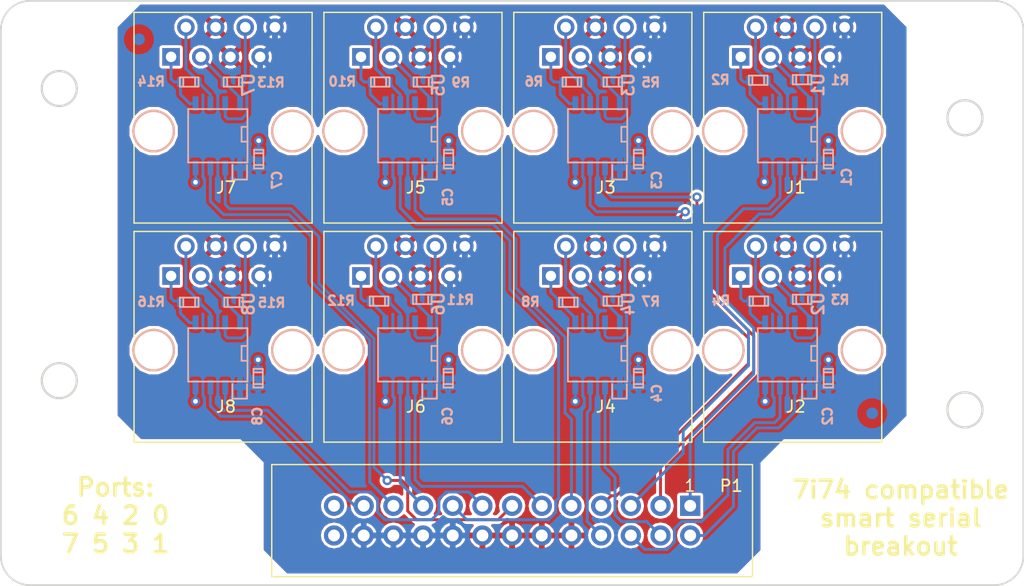
<source format=kicad_pcb>
(kicad_pcb (version 20170123) (host pcbnew "(2017-08-12 revision 0e4163210)-makepkg")
  (layers (0 F.Cu signal) (31 B.Cu signal) (34 B.Paste user) (35 F.Paste user) (36 B.SilkS user) (37 F.SilkS user) (38 B.Mask user) (39 F.Mask user) (44 Edge.Cuts user))
  (net 0 "")
  (net 1 "Net-(J1-Pad1)")
  (net 2 "Net-(J1-Pad2)")
  (net 3 "Net-(J1-Pad3)")
  (net 4 "Net-(J1-Pad6)")
  (net 5 "Net-(J2-Pad6)")
  (net 6 "Net-(J2-Pad3)")
  (net 7 "Net-(J2-Pad2)")
  (net 8 "Net-(J2-Pad1)")
  (net 9 "Net-(J3-Pad1)")
  (net 10 "Net-(J3-Pad2)")
  (net 11 "Net-(J3-Pad3)")
  (net 12 "Net-(J3-Pad6)")
  (net 13 "Net-(J4-Pad6)")
  (net 14 "Net-(J4-Pad3)")
  (net 15 "Net-(J4-Pad2)")
  (net 16 "Net-(J4-Pad1)")
  (net 17 "Net-(J5-Pad1)")
  (net 18 "Net-(J5-Pad2)")
  (net 19 "Net-(J5-Pad3)")
  (net 20 "Net-(J5-Pad6)")
  (net 21 "Net-(J6-Pad6)")
  (net 22 "Net-(J6-Pad3)")
  (net 23 "Net-(J6-Pad2)")
  (net 24 "Net-(J6-Pad1)")
  (net 25 "Net-(J7-Pad1)")
  (net 26 "Net-(J7-Pad2)")
  (net 27 "Net-(J7-Pad3)")
  (net 28 "Net-(J7-Pad6)")
  (net 29 "Net-(J8-Pad6)")
  (net 30 "Net-(J8-Pad3)")
  (net 31 "Net-(J8-Pad2)")
  (net 32 "Net-(J8-Pad1)")
  (net 33 GND)
  (net 34 +5V)
  (net 35 /rx0)
  (net 36 /tx0)
  (net 37 /tx3)
  (net 38 /tx1)
  (net 39 /rx3)
  (net 40 /rx1)
  (net 41 /tx7)
  (net 42 /tx6)
  (net 43 /tx5)
  (net 44 /tx4)
  (net 45 /rx7)
  (net 46 /rx6)
  (net 47 /rx5)
  (net 48 /rx4)
  (net 49 /tx2)
  (net 50 /rx2)
  (net 51 "Net-(P1-Pad26)")
  (net 52 "Net-(P1-Pad25)")
  (module Fiducials:Fiducial_1mm_Dia_2.54mm_Outer_CopperBottom (layer F.Cu) (at 177.25 103.75)
    (fp_text reference REF** hide)
    (fp_text value Fiducial_1mm_Dia_2.54mm_Outer_CopperBottom hide)
    (pad ~ smd circle (at 0 0) (size 1 1) (layers B.Cu B.Mask) (clearance 0.77))
  )
  (module Fiducials:Fiducial_1mm_Dia_2.54mm_Outer_CopperBottom (layer F.Cu) (at 114.5 71.75)
    (fp_text reference REF** hide)
    (fp_text value Fiducial_1mm_Dia_2.54mm_Outer_CopperBottom hide)
    (pad ~ smd circle (at 0 0) (size 1 1) (layers B.Cu B.Mask) (clearance 0.77))
  )
  (module Connect:RJ45_8 (layer F.Cu) (at 117.25 73.25)
    (fp_text reference J7 (at 4.7 11.18) (layer F.SilkS))
    (fp_text value RJ45)
    (pad 8 thru_hole circle (at 8.89 -2.54) (size 1.5 1.5) (drill 0.9) (layers *.Cu *.Mask) (net 34 +5V))
    (pad 7 thru_hole circle (at 7.62 0) (size 1.5 1.5) (drill 0.9) (layers *.Cu *.Mask) (net 34 +5V))
    (pad 6 thru_hole circle (at 6.35 -2.54) (size 1.5 1.5) (drill 0.9) (layers *.Cu *.Mask) (net 28 "Net-(J7-Pad6)"))
    (pad 5 thru_hole circle (at 5.08 0) (size 1.5 1.5) (drill 0.9) (layers *.Cu *.Mask) (net 33 GND))
    (pad 4 thru_hole circle (at 3.81 -2.54) (size 1.5 1.5) (drill 0.9) (layers *.Cu *.Mask) (net 33 GND))
    (pad 3 thru_hole circle (at 2.54 0) (size 1.5 1.5) (drill 0.9) (layers *.Cu *.Mask) (net 27 "Net-(J7-Pad3)"))
    (pad 2 thru_hole circle (at 1.27 -2.54) (size 1.5 1.5) (drill 0.9) (layers *.Cu *.Mask) (net 26 "Net-(J7-Pad2)"))
    (pad 1 thru_hole rect (at 0 0) (size 1.5 1.5) (drill 0.9) (layers *.Cu *.Mask) (net 25 "Net-(J7-Pad1)"))
    (pad Hole np_thru_hole circle (at -1.49 6.35) (size 3.65 3.65) (drill 3.25) (layers *.Cu *.SilkS *.Mask))
    (pad Hole np_thru_hole circle (at 10.38 6.35) (size 3.65 3.65) (drill 3.25) (layers *.Cu *.SilkS *.Mask))
  )
  (module Connect:RJ45_8 (layer F.Cu) (at 166 73.25)
    (fp_text reference J1 (at 4.7 11.18) (layer F.SilkS))
    (fp_text value RJ45)
    (pad 8 thru_hole circle (at 8.89 -2.54) (size 1.5 1.5) (drill 0.9) (layers *.Cu *.Mask) (net 34 +5V))
    (pad 7 thru_hole circle (at 7.62 0) (size 1.5 1.5) (drill 0.9) (layers *.Cu *.Mask) (net 34 +5V))
    (pad 6 thru_hole circle (at 6.35 -2.54) (size 1.5 1.5) (drill 0.9) (layers *.Cu *.Mask) (net 4 "Net-(J1-Pad6)"))
    (pad 5 thru_hole circle (at 5.08 0) (size 1.5 1.5) (drill 0.9) (layers *.Cu *.Mask) (net 33 GND))
    (pad 4 thru_hole circle (at 3.81 -2.54) (size 1.5 1.5) (drill 0.9) (layers *.Cu *.Mask) (net 33 GND))
    (pad 3 thru_hole circle (at 2.54 0) (size 1.5 1.5) (drill 0.9) (layers *.Cu *.Mask) (net 3 "Net-(J1-Pad3)"))
    (pad 2 thru_hole circle (at 1.27 -2.54) (size 1.5 1.5) (drill 0.9) (layers *.Cu *.Mask) (net 2 "Net-(J1-Pad2)"))
    (pad 1 thru_hole rect (at 0 0) (size 1.5 1.5) (drill 0.9) (layers *.Cu *.Mask) (net 1 "Net-(J1-Pad1)"))
    (pad Hole np_thru_hole circle (at -1.49 6.35) (size 3.65 3.65) (drill 3.25) (layers *.Cu *.SilkS *.Mask))
    (pad Hole np_thru_hole circle (at 10.38 6.35) (size 3.65 3.65) (drill 3.25) (layers *.Cu *.SilkS *.Mask))
  )
  (module Connect:RJ45_8 (layer F.Cu) (at 166 92)
    (fp_text reference J2 (at 4.7 11.18) (layer F.SilkS))
    (fp_text value RJ45)
    (pad Hole np_thru_hole circle (at 10.38 6.35) (size 3.65 3.65) (drill 3.25) (layers *.Cu *.SilkS *.Mask))
    (pad Hole np_thru_hole circle (at -1.49 6.35) (size 3.65 3.65) (drill 3.25) (layers *.Cu *.SilkS *.Mask))
    (pad 1 thru_hole rect (at 0 0) (size 1.5 1.5) (drill 0.9) (layers *.Cu *.Mask) (net 8 "Net-(J2-Pad1)"))
    (pad 2 thru_hole circle (at 1.27 -2.54) (size 1.5 1.5) (drill 0.9) (layers *.Cu *.Mask) (net 7 "Net-(J2-Pad2)"))
    (pad 3 thru_hole circle (at 2.54 0) (size 1.5 1.5) (drill 0.9) (layers *.Cu *.Mask) (net 6 "Net-(J2-Pad3)"))
    (pad 4 thru_hole circle (at 3.81 -2.54) (size 1.5 1.5) (drill 0.9) (layers *.Cu *.Mask) (net 33 GND))
    (pad 5 thru_hole circle (at 5.08 0) (size 1.5 1.5) (drill 0.9) (layers *.Cu *.Mask) (net 33 GND))
    (pad 6 thru_hole circle (at 6.35 -2.54) (size 1.5 1.5) (drill 0.9) (layers *.Cu *.Mask) (net 5 "Net-(J2-Pad6)"))
    (pad 7 thru_hole circle (at 7.62 0) (size 1.5 1.5) (drill 0.9) (layers *.Cu *.Mask) (net 34 +5V))
    (pad 8 thru_hole circle (at 8.89 -2.54) (size 1.5 1.5) (drill 0.9) (layers *.Cu *.Mask) (net 34 +5V))
  )
  (module Connect:RJ45_8 (layer F.Cu) (at 149.75 73.25)
    (fp_text reference J3 (at 4.7 11.18) (layer F.SilkS))
    (fp_text value RJ45)
    (pad 8 thru_hole circle (at 8.89 -2.54) (size 1.5 1.5) (drill 0.9) (layers *.Cu *.Mask) (net 34 +5V))
    (pad 7 thru_hole circle (at 7.62 0) (size 1.5 1.5) (drill 0.9) (layers *.Cu *.Mask) (net 34 +5V))
    (pad 6 thru_hole circle (at 6.35 -2.54) (size 1.5 1.5) (drill 0.9) (layers *.Cu *.Mask) (net 12 "Net-(J3-Pad6)"))
    (pad 5 thru_hole circle (at 5.08 0) (size 1.5 1.5) (drill 0.9) (layers *.Cu *.Mask) (net 33 GND))
    (pad 4 thru_hole circle (at 3.81 -2.54) (size 1.5 1.5) (drill 0.9) (layers *.Cu *.Mask) (net 33 GND))
    (pad 3 thru_hole circle (at 2.54 0) (size 1.5 1.5) (drill 0.9) (layers *.Cu *.Mask) (net 11 "Net-(J3-Pad3)"))
    (pad 2 thru_hole circle (at 1.27 -2.54) (size 1.5 1.5) (drill 0.9) (layers *.Cu *.Mask) (net 10 "Net-(J3-Pad2)"))
    (pad 1 thru_hole rect (at 0 0) (size 1.5 1.5) (drill 0.9) (layers *.Cu *.Mask) (net 9 "Net-(J3-Pad1)"))
    (pad Hole np_thru_hole circle (at -1.49 6.35) (size 3.65 3.65) (drill 3.25) (layers *.Cu *.SilkS *.Mask))
    (pad Hole np_thru_hole circle (at 10.38 6.35) (size 3.65 3.65) (drill 3.25) (layers *.Cu *.SilkS *.Mask))
  )
  (module Connect:RJ45_8 (layer F.Cu) (at 149.75 92)
    (fp_text reference J4 (at 4.7 11.18) (layer F.SilkS))
    (fp_text value RJ45)
    (pad Hole np_thru_hole circle (at 10.38 6.35) (size 3.65 3.65) (drill 3.25) (layers *.Cu *.SilkS *.Mask))
    (pad Hole np_thru_hole circle (at -1.49 6.35) (size 3.65 3.65) (drill 3.25) (layers *.Cu *.SilkS *.Mask))
    (pad 1 thru_hole rect (at 0 0) (size 1.5 1.5) (drill 0.9) (layers *.Cu *.Mask) (net 16 "Net-(J4-Pad1)"))
    (pad 2 thru_hole circle (at 1.27 -2.54) (size 1.5 1.5) (drill 0.9) (layers *.Cu *.Mask) (net 15 "Net-(J4-Pad2)"))
    (pad 3 thru_hole circle (at 2.54 0) (size 1.5 1.5) (drill 0.9) (layers *.Cu *.Mask) (net 14 "Net-(J4-Pad3)"))
    (pad 4 thru_hole circle (at 3.81 -2.54) (size 1.5 1.5) (drill 0.9) (layers *.Cu *.Mask) (net 33 GND))
    (pad 5 thru_hole circle (at 5.08 0) (size 1.5 1.5) (drill 0.9) (layers *.Cu *.Mask) (net 33 GND))
    (pad 6 thru_hole circle (at 6.35 -2.54) (size 1.5 1.5) (drill 0.9) (layers *.Cu *.Mask) (net 13 "Net-(J4-Pad6)"))
    (pad 7 thru_hole circle (at 7.62 0) (size 1.5 1.5) (drill 0.9) (layers *.Cu *.Mask) (net 34 +5V))
    (pad 8 thru_hole circle (at 8.89 -2.54) (size 1.5 1.5) (drill 0.9) (layers *.Cu *.Mask) (net 34 +5V))
  )
  (module Connect:RJ45_8 (layer F.Cu) (at 133.5 73.25)
    (fp_text reference J5 (at 4.7 11.18) (layer F.SilkS))
    (fp_text value RJ45)
    (pad Hole np_thru_hole circle (at 10.38 6.35) (size 3.65 3.65) (drill 3.25) (layers *.Cu *.SilkS *.Mask))
    (pad Hole np_thru_hole circle (at -1.49 6.35) (size 3.65 3.65) (drill 3.25) (layers *.Cu *.SilkS *.Mask))
    (pad 1 thru_hole rect (at 0 0) (size 1.5 1.5) (drill 0.9) (layers *.Cu *.Mask) (net 17 "Net-(J5-Pad1)"))
    (pad 2 thru_hole circle (at 1.27 -2.54) (size 1.5 1.5) (drill 0.9) (layers *.Cu *.Mask) (net 18 "Net-(J5-Pad2)"))
    (pad 3 thru_hole circle (at 2.54 0) (size 1.5 1.5) (drill 0.9) (layers *.Cu *.Mask) (net 19 "Net-(J5-Pad3)"))
    (pad 4 thru_hole circle (at 3.81 -2.54) (size 1.5 1.5) (drill 0.9) (layers *.Cu *.Mask) (net 33 GND))
    (pad 5 thru_hole circle (at 5.08 0) (size 1.5 1.5) (drill 0.9) (layers *.Cu *.Mask) (net 33 GND))
    (pad 6 thru_hole circle (at 6.35 -2.54) (size 1.5 1.5) (drill 0.9) (layers *.Cu *.Mask) (net 20 "Net-(J5-Pad6)"))
    (pad 7 thru_hole circle (at 7.62 0) (size 1.5 1.5) (drill 0.9) (layers *.Cu *.Mask) (net 34 +5V))
    (pad 8 thru_hole circle (at 8.89 -2.54) (size 1.5 1.5) (drill 0.9) (layers *.Cu *.Mask) (net 34 +5V))
  )
  (module Connect:RJ45_8 (layer F.Cu) (at 133.5 92)
    (fp_text reference J6 (at 4.7 11.18) (layer F.SilkS))
    (fp_text value RJ45)
    (pad Hole np_thru_hole circle (at 10.38 6.35) (size 3.65 3.65) (drill 3.25) (layers *.Cu *.SilkS *.Mask))
    (pad Hole np_thru_hole circle (at -1.49 6.35) (size 3.65 3.65) (drill 3.25) (layers *.Cu *.SilkS *.Mask))
    (pad 1 thru_hole rect (at 0 0) (size 1.5 1.5) (drill 0.9) (layers *.Cu *.Mask) (net 24 "Net-(J6-Pad1)"))
    (pad 2 thru_hole circle (at 1.27 -2.54) (size 1.5 1.5) (drill 0.9) (layers *.Cu *.Mask) (net 23 "Net-(J6-Pad2)"))
    (pad 3 thru_hole circle (at 2.54 0) (size 1.5 1.5) (drill 0.9) (layers *.Cu *.Mask) (net 22 "Net-(J6-Pad3)"))
    (pad 4 thru_hole circle (at 3.81 -2.54) (size 1.5 1.5) (drill 0.9) (layers *.Cu *.Mask) (net 33 GND))
    (pad 5 thru_hole circle (at 5.08 0) (size 1.5 1.5) (drill 0.9) (layers *.Cu *.Mask) (net 33 GND))
    (pad 6 thru_hole circle (at 6.35 -2.54) (size 1.5 1.5) (drill 0.9) (layers *.Cu *.Mask) (net 21 "Net-(J6-Pad6)"))
    (pad 7 thru_hole circle (at 7.62 0) (size 1.5 1.5) (drill 0.9) (layers *.Cu *.Mask) (net 34 +5V))
    (pad 8 thru_hole circle (at 8.89 -2.54) (size 1.5 1.5) (drill 0.9) (layers *.Cu *.Mask) (net 34 +5V))
  )
  (module Connect:RJ45_8 (layer F.Cu) (at 117.25 92)
    (fp_text reference J8 (at 4.7 11.18) (layer F.SilkS))
    (fp_text value RJ45)
    (pad Hole np_thru_hole circle (at 10.38 6.35) (size 3.65 3.65) (drill 3.25) (layers *.Cu *.SilkS *.Mask))
    (pad Hole np_thru_hole circle (at -1.49 6.35) (size 3.65 3.65) (drill 3.25) (layers *.Cu *.SilkS *.Mask))
    (pad 1 thru_hole rect (at 0 0) (size 1.5 1.5) (drill 0.9) (layers *.Cu *.Mask) (net 32 "Net-(J8-Pad1)"))
    (pad 2 thru_hole circle (at 1.27 -2.54) (size 1.5 1.5) (drill 0.9) (layers *.Cu *.Mask) (net 31 "Net-(J8-Pad2)"))
    (pad 3 thru_hole circle (at 2.54 0) (size 1.5 1.5) (drill 0.9) (layers *.Cu *.Mask) (net 30 "Net-(J8-Pad3)"))
    (pad 4 thru_hole circle (at 3.81 -2.54) (size 1.5 1.5) (drill 0.9) (layers *.Cu *.Mask) (net 33 GND))
    (pad 5 thru_hole circle (at 5.08 0) (size 1.5 1.5) (drill 0.9) (layers *.Cu *.Mask) (net 33 GND))
    (pad 6 thru_hole circle (at 6.35 -2.54) (size 1.5 1.5) (drill 0.9) (layers *.Cu *.Mask) (net 29 "Net-(J8-Pad6)"))
    (pad 7 thru_hole circle (at 7.62 0) (size 1.5 1.5) (drill 0.9) (layers *.Cu *.Mask) (net 34 +5V))
    (pad 8 thru_hole circle (at 8.89 -2.54) (size 1.5 1.5) (drill 0.9) (layers *.Cu *.Mask) (net 34 +5V))
  )
  (module stmbl:C_0603 (layer B.Cu) (at 173.5 82 90)
    (fp_text reference C1 (at -1.542324 1.564718 90) (layer B.SilkS) (effects (font (size 0.8 0.8) (thickness 0.2)) (justify mirror)))
    (fp_text value 100n)
    (pad 2 smd rect (at 0.75 0 90) (size 0.59 0.8) (layers B.Cu B.Paste B.Mask) (net 33 GND))
    (pad 1 smd rect (at -0.75 0 90) (size 0.59 0.8) (layers B.Cu B.Paste B.Mask) (net 34 +5V))
  )
  (module stmbl:C_0603 (layer B.Cu) (at 173.5 100.75 90)
    (fp_text reference C2 (at -3.248 -0.064 90) (layer B.SilkS) (effects (font (size 0.8 0.8) (thickness 0.2)) (justify mirror)))
    (fp_text value 100n)
    (pad 2 smd rect (at 0.75 0 90) (size 0.59 0.8) (layers B.Cu B.Paste B.Mask) (net 33 GND))
    (pad 1 smd rect (at -0.75 0 90) (size 0.59 0.8) (layers B.Cu B.Paste B.Mask) (net 34 +5V))
  )
  (module stmbl:C_0603 (layer B.Cu) (at 157.25 82 90)
    (fp_text reference C3 (at -1.792324 1.564718 90) (layer B.SilkS) (effects (font (size 0.8 0.8) (thickness 0.2)) (justify mirror)))
    (fp_text value 100n)
    (pad 1 smd rect (at -0.75 0 90) (size 0.59 0.8) (layers B.Cu B.Paste B.Mask) (net 34 +5V))
    (pad 2 smd rect (at 0.75 0 90) (size 0.59 0.8) (layers B.Cu B.Paste B.Mask) (net 33 GND))
  )
  (module stmbl:C_0603 (layer B.Cu) (at 157.25 100.75 90)
    (fp_text reference C4 (at -1.292324 1.564718 90) (layer B.SilkS) (effects (font (size 0.8 0.8) (thickness 0.2)) (justify mirror)))
    (fp_text value 100n)
    (pad 2 smd rect (at 0.75 0 90) (size 0.59 0.8) (layers B.Cu B.Paste B.Mask) (net 33 GND))
    (pad 1 smd rect (at -0.75 0 90) (size 0.59 0.8) (layers B.Cu B.Paste B.Mask) (net 34 +5V))
  )
  (module stmbl:C_0603 (layer B.Cu) (at 141 82 90)
    (fp_text reference C5 (at -3.248 -0.064 90) (layer B.SilkS) (effects (font (size 0.8 0.8) (thickness 0.2)) (justify mirror)))
    (fp_text value 100n)
    (pad 1 smd rect (at -0.75 0 90) (size 0.59 0.8) (layers B.Cu B.Paste B.Mask) (net 34 +5V))
    (pad 2 smd rect (at 0.75 0 90) (size 0.59 0.8) (layers B.Cu B.Paste B.Mask) (net 33 GND))
  )
  (module stmbl:C_0603 (layer B.Cu) (at 140.97 100.75 90)
    (fp_text reference C6 (at -3.248 -0.064 90) (layer B.SilkS) (effects (font (size 0.8 0.8) (thickness 0.2)) (justify mirror)))
    (fp_text value 100n)
    (pad 1 smd rect (at -0.75 0 90) (size 0.59 0.8) (layers B.Cu B.Paste B.Mask) (net 34 +5V))
    (pad 2 smd rect (at 0.75 0 90) (size 0.59 0.8) (layers B.Cu B.Paste B.Mask) (net 33 GND))
  )
  (module stmbl:C_0603 (layer B.Cu) (at 124.75 82 90)
    (fp_text reference C7 (at -1.792324 1.564718 90) (layer B.SilkS) (effects (font (size 0.8 0.8) (thickness 0.2)) (justify mirror)))
    (fp_text value 100n)
    (pad 1 smd rect (at -0.75 0 90) (size 0.59 0.8) (layers B.Cu B.Paste B.Mask) (net 34 +5V))
    (pad 2 smd rect (at 0.75 0 90) (size 0.59 0.8) (layers B.Cu B.Paste B.Mask) (net 33 GND))
  )
  (module stmbl:C_0603 (layer B.Cu) (at 124.7 100.75 90)
    (fp_text reference C8 (at -3.248 -0.064 90) (layer B.SilkS) (effects (font (size 0.8 0.8) (thickness 0.2)) (justify mirror)))
    (fp_text value 100n)
    (pad 1 smd rect (at -0.75 0 90) (size 0.59 0.8) (layers B.Cu B.Paste B.Mask) (net 34 +5V))
    (pad 2 smd rect (at 0.75 0 90) (size 0.59 0.8) (layers B.Cu B.Paste B.Mask) (net 33 GND))
  )
  (module Connect:IDC_Header_Straight_26pins (layer F.Cu) (at 161.675282 111.667676 180)
    (fp_text reference P1 (at -3.51 1.71 180) (layer F.SilkS))
    (fp_text value CONN_02X13)
    (fp_text user 1 (at 0.02 1.72 180) (layer F.SilkS) (effects (font (thickness 0.12))))
    (pad 1 thru_hole rect (at 0 0 180) (size 1.7272 1.7272) (drill 1.016) (layers *.Cu *.Mask) (net 35 /rx0))
    (pad 2 thru_hole oval (at 0 -2.54 180) (size 1.7272 1.7272) (drill 1.016) (layers *.Cu *.Mask) (net 40 /rx1))
    (pad 3 thru_hole oval (at 2.54 0 180) (size 1.7272 1.7272) (drill 1.016) (layers *.Cu *.Mask) (net 50 /rx2))
    (pad 4 thru_hole oval (at 2.54 -2.54 180) (size 1.7272 1.7272) (drill 1.016) (layers *.Cu *.Mask) (net 39 /rx3))
    (pad 5 thru_hole oval (at 5.08 0 180) (size 1.7272 1.7272) (drill 1.016) (layers *.Cu *.Mask) (net 36 /tx0))
    (pad 6 thru_hole oval (at 5.08 -2.54 180) (size 1.7272 1.7272) (drill 1.016) (layers *.Cu *.Mask) (net 38 /tx1))
    (pad 7 thru_hole oval (at 7.62 0 180) (size 1.7272 1.7272) (drill 1.016) (layers *.Cu *.Mask) (net 49 /tx2))
    (pad 8 thru_hole oval (at 7.62 -2.54 180) (size 1.7272 1.7272) (drill 1.016) (layers *.Cu *.Mask) (net 37 /tx3))
    (pad 9 thru_hole oval (at 10.16 0 180) (size 1.7272 1.7272) (drill 1.016) (layers *.Cu *.Mask) (net 48 /rx4))
    (pad 10 thru_hole oval (at 10.16 -2.54 180) (size 1.7272 1.7272) (drill 1.016) (layers *.Cu *.Mask) (net 33 GND))
    (pad 11 thru_hole oval (at 12.7 0 180) (size 1.7272 1.7272) (drill 1.016) (layers *.Cu *.Mask) (net 47 /rx5))
    (pad 12 thru_hole oval (at 12.7 -2.54 180) (size 1.7272 1.7272) (drill 1.016) (layers *.Cu *.Mask) (net 33 GND))
    (pad 13 thru_hole oval (at 15.24 0 180) (size 1.7272 1.7272) (drill 1.016) (layers *.Cu *.Mask) (net 46 /rx6))
    (pad 14 thru_hole oval (at 15.24 -2.54 180) (size 1.7272 1.7272) (drill 1.016) (layers *.Cu *.Mask) (net 33 GND))
    (pad 15 thru_hole oval (at 17.78 0 180) (size 1.7272 1.7272) (drill 1.016) (layers *.Cu *.Mask) (net 45 /rx7))
    (pad 16 thru_hole oval (at 17.78 -2.54 180) (size 1.7272 1.7272) (drill 1.016) (layers *.Cu *.Mask) (net 33 GND))
    (pad 17 thru_hole oval (at 20.32 0 180) (size 1.7272 1.7272) (drill 1.016) (layers *.Cu *.Mask) (net 44 /tx4))
    (pad 18 thru_hole oval (at 20.32 -2.54 180) (size 1.7272 1.7272) (drill 1.016) (layers *.Cu *.Mask) (net 34 +5V))
    (pad 19 thru_hole oval (at 22.86 0 180) (size 1.7272 1.7272) (drill 1.016) (layers *.Cu *.Mask) (net 43 /tx5))
    (pad 20 thru_hole oval (at 22.86 -2.54 180) (size 1.7272 1.7272) (drill 1.016) (layers *.Cu *.Mask) (net 34 +5V))
    (pad 21 thru_hole oval (at 25.4 0 180) (size 1.7272 1.7272) (drill 1.016) (layers *.Cu *.Mask) (net 42 /tx6))
    (pad 22 thru_hole oval (at 25.4 -2.54 180) (size 1.7272 1.7272) (drill 1.016) (layers *.Cu *.Mask) (net 34 +5V))
    (pad 23 thru_hole oval (at 27.94 0 180) (size 1.7272 1.7272) (drill 1.016) (layers *.Cu *.Mask) (net 41 /tx7))
    (pad 24 thru_hole oval (at 27.94 -2.54 180) (size 1.7272 1.7272) (drill 1.016) (layers *.Cu *.Mask) (net 34 +5V))
    (pad 25 thru_hole oval (at 30.48 0 180) (size 1.7272 1.7272) (drill 1.016) (layers *.Cu *.Mask) (net 52 "Net-(P1-Pad25)"))
    (pad 26 thru_hole oval (at 30.48 -2.54 180) (size 1.7272 1.7272) (drill 1.016) (layers *.Cu *.Mask) (net 51 "Net-(P1-Pad26)"))
  )
  (module stmbl:SOIC-8-N (layer B.Cu) (at 170 80 90)
    (fp_text reference U1 (at 4.362 2.624 90) (layer B.SilkS) (effects (font (thickness 0.2)) (justify mirror)))
    (fp_text value rs4854)
    (pad 1 smd rect (at -2.75 1.905 180) (size 0.5 1.25) (layers B.Cu B.Paste B.Mask) (net 34 +5V))
    (pad 2 smd rect (at -2.75 0.635 180) (size 0.5 1.25) (layers B.Cu B.Paste B.Mask) (net 35 /rx0))
    (pad 3 smd rect (at -2.75 -0.635 180) (size 0.5 1.25) (layers B.Cu B.Paste B.Mask) (net 36 /tx0))
    (pad 4 smd rect (at -2.75 -1.905 180) (size 0.5 1.25) (layers B.Cu B.Paste B.Mask) (net 33 GND))
    (pad 5 smd rect (at 2.75 -1.905 180) (size 0.5 1.25) (layers B.Cu B.Paste B.Mask) (net 1 "Net-(J1-Pad1)"))
    (pad 6 smd rect (at 2.75 -0.635 180) (size 0.5 1.25) (layers B.Cu B.Paste B.Mask) (net 2 "Net-(J1-Pad2)"))
    (pad 7 smd rect (at 2.75 0.635 180) (size 0.5 1.25) (layers B.Cu B.Paste B.Mask) (net 4 "Net-(J1-Pad6)"))
    (pad 8 smd rect (at 2.75 1.905 180) (size 0.5 1.25) (layers B.Cu B.Paste B.Mask) (net 3 "Net-(J1-Pad3)"))
  )
  (module stmbl:SOIC-8-N (layer B.Cu) (at 170 98.75 90)
    (fp_text reference U2 (at 4.362 2.624 90) (layer B.SilkS) (effects (font (thickness 0.2)) (justify mirror)))
    (fp_text value rs4854)
    (pad 8 smd rect (at 2.75 1.905 180) (size 0.5 1.25) (layers B.Cu B.Paste B.Mask) (net 6 "Net-(J2-Pad3)"))
    (pad 7 smd rect (at 2.75 0.635 180) (size 0.5 1.25) (layers B.Cu B.Paste B.Mask) (net 5 "Net-(J2-Pad6)"))
    (pad 6 smd rect (at 2.75 -0.635 180) (size 0.5 1.25) (layers B.Cu B.Paste B.Mask) (net 7 "Net-(J2-Pad2)"))
    (pad 5 smd rect (at 2.75 -1.905 180) (size 0.5 1.25) (layers B.Cu B.Paste B.Mask) (net 8 "Net-(J2-Pad1)"))
    (pad 4 smd rect (at -2.75 -1.905 180) (size 0.5 1.25) (layers B.Cu B.Paste B.Mask) (net 33 GND))
    (pad 3 smd rect (at -2.75 -0.635 180) (size 0.5 1.25) (layers B.Cu B.Paste B.Mask) (net 38 /tx1))
    (pad 2 smd rect (at -2.75 0.635 180) (size 0.5 1.25) (layers B.Cu B.Paste B.Mask) (net 40 /rx1))
    (pad 1 smd rect (at -2.75 1.905 180) (size 0.5 1.25) (layers B.Cu B.Paste B.Mask) (net 34 +5V))
  )
  (module stmbl:SOIC-8-N (layer B.Cu) (at 153.75 80 90)
    (fp_text reference U3 (at 4.362 2.624 90) (layer B.SilkS) (effects (font (thickness 0.2)) (justify mirror)))
    (fp_text value rs4854)
    (pad 8 smd rect (at 2.75 1.905 180) (size 0.5 1.25) (layers B.Cu B.Paste B.Mask) (net 11 "Net-(J3-Pad3)"))
    (pad 7 smd rect (at 2.75 0.635 180) (size 0.5 1.25) (layers B.Cu B.Paste B.Mask) (net 12 "Net-(J3-Pad6)"))
    (pad 6 smd rect (at 2.75 -0.635 180) (size 0.5 1.25) (layers B.Cu B.Paste B.Mask) (net 10 "Net-(J3-Pad2)"))
    (pad 5 smd rect (at 2.75 -1.905 180) (size 0.5 1.25) (layers B.Cu B.Paste B.Mask) (net 9 "Net-(J3-Pad1)"))
    (pad 4 smd rect (at -2.75 -1.905 180) (size 0.5 1.25) (layers B.Cu B.Paste B.Mask) (net 33 GND))
    (pad 3 smd rect (at -2.75 -0.635 180) (size 0.5 1.25) (layers B.Cu B.Paste B.Mask) (net 49 /tx2))
    (pad 2 smd rect (at -2.75 0.635 180) (size 0.5 1.25) (layers B.Cu B.Paste B.Mask) (net 50 /rx2))
    (pad 1 smd rect (at -2.75 1.905 180) (size 0.5 1.25) (layers B.Cu B.Paste B.Mask) (net 34 +5V))
  )
  (module stmbl:SOIC-8-N (layer B.Cu) (at 153.75 98.75 90)
    (fp_text reference U4 (at 4.362 2.624 90) (layer B.SilkS) (effects (font (thickness 0.2)) (justify mirror)))
    (fp_text value rs4854)
    (pad 1 smd rect (at -2.75 1.905 180) (size 0.5 1.25) (layers B.Cu B.Paste B.Mask) (net 34 +5V))
    (pad 2 smd rect (at -2.75 0.635 180) (size 0.5 1.25) (layers B.Cu B.Paste B.Mask) (net 39 /rx3))
    (pad 3 smd rect (at -2.75 -0.635 180) (size 0.5 1.25) (layers B.Cu B.Paste B.Mask) (net 37 /tx3))
    (pad 4 smd rect (at -2.75 -1.905 180) (size 0.5 1.25) (layers B.Cu B.Paste B.Mask) (net 33 GND))
    (pad 5 smd rect (at 2.75 -1.905 180) (size 0.5 1.25) (layers B.Cu B.Paste B.Mask) (net 16 "Net-(J4-Pad1)"))
    (pad 6 smd rect (at 2.75 -0.635 180) (size 0.5 1.25) (layers B.Cu B.Paste B.Mask) (net 15 "Net-(J4-Pad2)"))
    (pad 7 smd rect (at 2.75 0.635 180) (size 0.5 1.25) (layers B.Cu B.Paste B.Mask) (net 13 "Net-(J4-Pad6)"))
    (pad 8 smd rect (at 2.75 1.905 180) (size 0.5 1.25) (layers B.Cu B.Paste B.Mask) (net 14 "Net-(J4-Pad3)"))
  )
  (module stmbl:SOIC-8-N (layer B.Cu) (at 137.5 80 90)
    (fp_text reference U5 (at 4.362 2.624 90) (layer B.SilkS) (effects (font (thickness 0.2)) (justify mirror)))
    (fp_text value rs4854)
    (pad 8 smd rect (at 2.75 1.905 180) (size 0.5 1.25) (layers B.Cu B.Paste B.Mask) (net 19 "Net-(J5-Pad3)"))
    (pad 7 smd rect (at 2.75 0.635 180) (size 0.5 1.25) (layers B.Cu B.Paste B.Mask) (net 20 "Net-(J5-Pad6)"))
    (pad 6 smd rect (at 2.75 -0.635 180) (size 0.5 1.25) (layers B.Cu B.Paste B.Mask) (net 18 "Net-(J5-Pad2)"))
    (pad 5 smd rect (at 2.75 -1.905 180) (size 0.5 1.25) (layers B.Cu B.Paste B.Mask) (net 17 "Net-(J5-Pad1)"))
    (pad 4 smd rect (at -2.75 -1.905 180) (size 0.5 1.25) (layers B.Cu B.Paste B.Mask) (net 33 GND))
    (pad 3 smd rect (at -2.75 -0.635 180) (size 0.5 1.25) (layers B.Cu B.Paste B.Mask) (net 44 /tx4))
    (pad 2 smd rect (at -2.75 0.635 180) (size 0.5 1.25) (layers B.Cu B.Paste B.Mask) (net 48 /rx4))
    (pad 1 smd rect (at -2.75 1.905 180) (size 0.5 1.25) (layers B.Cu B.Paste B.Mask) (net 34 +5V))
  )
  (module stmbl:SOIC-8-N (layer B.Cu) (at 137.5 98.75 90)
    (fp_text reference U6 (at 4.362 2.624 90) (layer B.SilkS) (effects (font (thickness 0.2)) (justify mirror)))
    (fp_text value rs4854)
    (pad 8 smd rect (at 2.75 1.905 180) (size 0.5 1.25) (layers B.Cu B.Paste B.Mask) (net 22 "Net-(J6-Pad3)"))
    (pad 7 smd rect (at 2.75 0.635 180) (size 0.5 1.25) (layers B.Cu B.Paste B.Mask) (net 21 "Net-(J6-Pad6)"))
    (pad 6 smd rect (at 2.75 -0.635 180) (size 0.5 1.25) (layers B.Cu B.Paste B.Mask) (net 23 "Net-(J6-Pad2)"))
    (pad 5 smd rect (at 2.75 -1.905 180) (size 0.5 1.25) (layers B.Cu B.Paste B.Mask) (net 24 "Net-(J6-Pad1)"))
    (pad 4 smd rect (at -2.75 -1.905 180) (size 0.5 1.25) (layers B.Cu B.Paste B.Mask) (net 33 GND))
    (pad 3 smd rect (at -2.75 -0.635 180) (size 0.5 1.25) (layers B.Cu B.Paste B.Mask) (net 43 /tx5))
    (pad 2 smd rect (at -2.75 0.635 180) (size 0.5 1.25) (layers B.Cu B.Paste B.Mask) (net 47 /rx5))
    (pad 1 smd rect (at -2.75 1.905 180) (size 0.5 1.25) (layers B.Cu B.Paste B.Mask) (net 34 +5V))
  )
  (module stmbl:SOIC-8-N (layer B.Cu) (at 121.25 80 90)
    (fp_text reference U7 (at 4.362 2.624 90) (layer B.SilkS) (effects (font (thickness 0.2)) (justify mirror)))
    (fp_text value rs4854)
    (pad 1 smd rect (at -2.75 1.905 180) (size 0.5 1.25) (layers B.Cu B.Paste B.Mask) (net 34 +5V))
    (pad 2 smd rect (at -2.75 0.635 180) (size 0.5 1.25) (layers B.Cu B.Paste B.Mask) (net 46 /rx6))
    (pad 3 smd rect (at -2.75 -0.635 180) (size 0.5 1.25) (layers B.Cu B.Paste B.Mask) (net 42 /tx6))
    (pad 4 smd rect (at -2.75 -1.905 180) (size 0.5 1.25) (layers B.Cu B.Paste B.Mask) (net 33 GND))
    (pad 5 smd rect (at 2.75 -1.905 180) (size 0.5 1.25) (layers B.Cu B.Paste B.Mask) (net 25 "Net-(J7-Pad1)"))
    (pad 6 smd rect (at 2.75 -0.635 180) (size 0.5 1.25) (layers B.Cu B.Paste B.Mask) (net 26 "Net-(J7-Pad2)"))
    (pad 7 smd rect (at 2.75 0.635 180) (size 0.5 1.25) (layers B.Cu B.Paste B.Mask) (net 28 "Net-(J7-Pad6)"))
    (pad 8 smd rect (at 2.75 1.905 180) (size 0.5 1.25) (layers B.Cu B.Paste B.Mask) (net 27 "Net-(J7-Pad3)"))
  )
  (module stmbl:SOIC-8-N (layer B.Cu) (at 121.25 98.75 90)
    (fp_text reference U8 (at 4.362 2.624 90) (layer B.SilkS) (effects (font (thickness 0.2)) (justify mirror)))
    (fp_text value rs4854)
    (pad 8 smd rect (at 2.75 1.905 180) (size 0.5 1.25) (layers B.Cu B.Paste B.Mask) (net 30 "Net-(J8-Pad3)"))
    (pad 7 smd rect (at 2.75 0.635 180) (size 0.5 1.25) (layers B.Cu B.Paste B.Mask) (net 29 "Net-(J8-Pad6)"))
    (pad 6 smd rect (at 2.75 -0.635 180) (size 0.5 1.25) (layers B.Cu B.Paste B.Mask) (net 31 "Net-(J8-Pad2)"))
    (pad 5 smd rect (at 2.75 -1.905 180) (size 0.5 1.25) (layers B.Cu B.Paste B.Mask) (net 32 "Net-(J8-Pad1)"))
    (pad 4 smd rect (at -2.75 -1.905 180) (size 0.5 1.25) (layers B.Cu B.Paste B.Mask) (net 33 GND))
    (pad 3 smd rect (at -2.75 -0.635 180) (size 0.5 1.25) (layers B.Cu B.Paste B.Mask) (net 41 /tx7))
    (pad 2 smd rect (at -2.75 0.635 180) (size 0.5 1.25) (layers B.Cu B.Paste B.Mask) (net 45 /rx7))
    (pad 1 smd rect (at -2.75 1.905 180) (size 0.5 1.25) (layers B.Cu B.Paste B.Mask) (net 34 +5V))
  )
  (module stmbl:R_0603 (layer B.Cu) (at 171.25 75.2 180)
    (fp_text reference R1 (at -3.248 -0.04 180) (layer B.SilkS) (effects (font (size 0.8 0.8) (thickness 0.2)) (justify mirror)))
    (fp_text value R)
    (pad 1 smd rect (at -0.75 0 180) (size 0.59 0.8) (layers B.Cu B.Paste B.Mask) (net 4 "Net-(J1-Pad6)"))
    (pad 2 smd rect (at 0.75 0 180) (size 0.59 0.8) (layers B.Cu B.Paste B.Mask) (net 3 "Net-(J1-Pad3)"))
  )
  (module stmbl:R_0603 (layer B.Cu) (at 167.5 75.25)
    (fp_text reference R2 (at -3.248 -0.04) (layer B.SilkS) (effects (font (size 0.8 0.8) (thickness 0.2)) (justify mirror)))
    (fp_text value R)
    (pad 2 smd rect (at 0.75 0) (size 0.59 0.8) (layers B.Cu B.Paste B.Mask) (net 2 "Net-(J1-Pad2)"))
    (pad 1 smd rect (at -0.75 0) (size 0.59 0.8) (layers B.Cu B.Paste B.Mask) (net 1 "Net-(J1-Pad1)"))
  )
  (module stmbl:R_0603 (layer B.Cu) (at 171.25 94 180)
    (fp_text reference R3 (at -3.248 -0.04 180) (layer B.SilkS) (effects (font (size 0.8 0.8) (thickness 0.2)) (justify mirror)))
    (fp_text value R)
    (pad 2 smd rect (at 0.75 0 180) (size 0.59 0.8) (layers B.Cu B.Paste B.Mask) (net 6 "Net-(J2-Pad3)"))
    (pad 1 smd rect (at -0.75 0 180) (size 0.59 0.8) (layers B.Cu B.Paste B.Mask) (net 5 "Net-(J2-Pad6)"))
  )
  (module stmbl:R_0603 (layer B.Cu) (at 167.55 94.15)
    (fp_text reference R4 (at -3.248 -0.04) (layer B.SilkS) (effects (font (size 0.8 0.8) (thickness 0.2)) (justify mirror)))
    (fp_text value R)
    (pad 1 smd rect (at -0.75 0) (size 0.59 0.8) (layers B.Cu B.Paste B.Mask) (net 8 "Net-(J2-Pad1)"))
    (pad 2 smd rect (at 0.75 0) (size 0.59 0.8) (layers B.Cu B.Paste B.Mask) (net 7 "Net-(J2-Pad2)"))
  )
  (module stmbl:R_0603 (layer B.Cu) (at 155.05 75.4 180)
    (fp_text reference R5 (at -3.248 -0.04 180) (layer B.SilkS) (effects (font (size 0.8 0.8) (thickness 0.2)) (justify mirror)))
    (fp_text value R)
    (pad 1 smd rect (at -0.75 0 180) (size 0.59 0.8) (layers B.Cu B.Paste B.Mask) (net 12 "Net-(J3-Pad6)"))
    (pad 2 smd rect (at 0.75 0 180) (size 0.59 0.8) (layers B.Cu B.Paste B.Mask) (net 11 "Net-(J3-Pad3)"))
  )
  (module stmbl:R_0603 (layer B.Cu) (at 151.55 75.4)
    (fp_text reference R6 (at -3.248 -0.04) (layer B.SilkS) (effects (font (size 0.8 0.8) (thickness 0.2)) (justify mirror)))
    (fp_text value R)
    (pad 2 smd rect (at 0.75 0) (size 0.59 0.8) (layers B.Cu B.Paste B.Mask) (net 10 "Net-(J3-Pad2)"))
    (pad 1 smd rect (at -0.75 0) (size 0.59 0.8) (layers B.Cu B.Paste B.Mask) (net 9 "Net-(J3-Pad1)"))
  )
  (module stmbl:R_0603 (layer B.Cu) (at 155.05 94.15 180)
    (fp_text reference R7 (at -3.248 -0.04 180) (layer B.SilkS) (effects (font (size 0.8 0.8) (thickness 0.2)) (justify mirror)))
    (fp_text value R)
    (pad 2 smd rect (at 0.75 0 180) (size 0.59 0.8) (layers B.Cu B.Paste B.Mask) (net 14 "Net-(J4-Pad3)"))
    (pad 1 smd rect (at -0.75 0 180) (size 0.59 0.8) (layers B.Cu B.Paste B.Mask) (net 13 "Net-(J4-Pad6)"))
  )
  (module stmbl:R_0603 (layer B.Cu) (at 151.25 94.25)
    (fp_text reference R8 (at -3.248 -0.04) (layer B.SilkS) (effects (font (size 0.8 0.8) (thickness 0.2)) (justify mirror)))
    (fp_text value R)
    (pad 1 smd rect (at -0.75 0) (size 0.59 0.8) (layers B.Cu B.Paste B.Mask) (net 16 "Net-(J4-Pad1)"))
    (pad 2 smd rect (at 0.75 0) (size 0.59 0.8) (layers B.Cu B.Paste B.Mask) (net 15 "Net-(J4-Pad2)"))
  )
  (module stmbl:R_0603 (layer B.Cu) (at 138.8 75.4 180)
    (fp_text reference R9 (at -3.248 -0.04 180) (layer B.SilkS) (effects (font (size 0.8 0.8) (thickness 0.2)) (justify mirror)))
    (fp_text value R)
    (pad 1 smd rect (at -0.75 0 180) (size 0.59 0.8) (layers B.Cu B.Paste B.Mask) (net 20 "Net-(J5-Pad6)"))
    (pad 2 smd rect (at 0.75 0 180) (size 0.59 0.8) (layers B.Cu B.Paste B.Mask) (net 19 "Net-(J5-Pad3)"))
  )
  (module stmbl:R_0603 (layer B.Cu) (at 135.15 75.4)
    (fp_text reference R10 (at -3.248 -0.04) (layer B.SilkS) (effects (font (size 0.8 0.8) (thickness 0.2)) (justify mirror)))
    (fp_text value R)
    (pad 1 smd rect (at -0.75 0) (size 0.59 0.8) (layers B.Cu B.Paste B.Mask) (net 17 "Net-(J5-Pad1)"))
    (pad 2 smd rect (at 0.75 0) (size 0.59 0.8) (layers B.Cu B.Paste B.Mask) (net 18 "Net-(J5-Pad2)"))
  )
  (module stmbl:R_0603 (layer B.Cu) (at 138.75 94 180)
    (fp_text reference R11 (at -3.248 -0.04 180) (layer B.SilkS) (effects (font (size 0.8 0.8) (thickness 0.2)) (justify mirror)))
    (fp_text value R)
    (pad 1 smd rect (at -0.75 0 180) (size 0.59 0.8) (layers B.Cu B.Paste B.Mask) (net 21 "Net-(J6-Pad6)"))
    (pad 2 smd rect (at 0.75 0 180) (size 0.59 0.8) (layers B.Cu B.Paste B.Mask) (net 22 "Net-(J6-Pad3)"))
  )
  (module stmbl:R_0603 (layer B.Cu) (at 135.05 94.15)
    (fp_text reference R12 (at -3.248 -0.04) (layer B.SilkS) (effects (font (size 0.8 0.8) (thickness 0.2)) (justify mirror)))
    (fp_text value R)
    (pad 1 smd rect (at -0.75 0) (size 0.59 0.8) (layers B.Cu B.Paste B.Mask) (net 24 "Net-(J6-Pad1)"))
    (pad 2 smd rect (at 0.75 0) (size 0.59 0.8) (layers B.Cu B.Paste B.Mask) (net 23 "Net-(J6-Pad2)"))
  )
  (module stmbl:R_0603 (layer B.Cu) (at 122.55 75.4 180)
    (fp_text reference R13 (at -3.248 -0.04 180) (layer B.SilkS) (effects (font (size 0.8 0.8) (thickness 0.2)) (justify mirror)))
    (fp_text value R)
    (pad 1 smd rect (at -0.75 0 180) (size 0.59 0.8) (layers B.Cu B.Paste B.Mask) (net 28 "Net-(J7-Pad6)"))
    (pad 2 smd rect (at 0.75 0 180) (size 0.59 0.8) (layers B.Cu B.Paste B.Mask) (net 27 "Net-(J7-Pad3)"))
  )
  (module stmbl:R_0603 (layer B.Cu) (at 118.8 75.4)
    (fp_text reference R14 (at -3.248 -0.04) (layer B.SilkS) (effects (font (size 0.8 0.8) (thickness 0.2)) (justify mirror)))
    (fp_text value R)
    (pad 2 smd rect (at 0.75 0) (size 0.59 0.8) (layers B.Cu B.Paste B.Mask) (net 26 "Net-(J7-Pad2)"))
    (pad 1 smd rect (at -0.75 0) (size 0.59 0.8) (layers B.Cu B.Paste B.Mask) (net 25 "Net-(J7-Pad1)"))
  )
  (module stmbl:R_0603 (layer B.Cu) (at 122.6 94.25 180)
    (fp_text reference R15 (at -3.248 -0.04 180) (layer B.SilkS) (effects (font (size 0.8 0.8) (thickness 0.2)) (justify mirror)))
    (fp_text value R)
    (pad 2 smd rect (at 0.75 0 180) (size 0.59 0.8) (layers B.Cu B.Paste B.Mask) (net 30 "Net-(J8-Pad3)"))
    (pad 1 smd rect (at -0.75 0 180) (size 0.59 0.8) (layers B.Cu B.Paste B.Mask) (net 29 "Net-(J8-Pad6)"))
  )
  (module stmbl:R_0603 (layer B.Cu) (at 118.8 94.25)
    (fp_text reference R16 (at -3.248 -0.04) (layer B.SilkS) (effects (font (size 0.8 0.8) (thickness 0.2)) (justify mirror)))
    (fp_text value R)
    (pad 1 smd rect (at -0.75 0) (size 0.59 0.8) (layers B.Cu B.Paste B.Mask) (net 32 "Net-(J8-Pad1)"))
    (pad 2 smd rect (at 0.75 0) (size 0.59 0.8) (layers B.Cu B.Paste B.Mask) (net 31 "Net-(J8-Pad2)"))
  )
  (gr_text "Ports:\n6 4 2 0\n7 5 3 1" (at 112.5 112.5) (layer F.SilkS) (effects (font (size 1.5 1.5) (thickness 0.3))))
  (gr_arc (start 105.185282 115.957676) (end 102.685282 115.957676) (angle -90) (layer Edge.Cuts) (width 0.15))
  (gr_arc (start 105.185282 70.957676) (end 105.185282 68.457676) (angle -90) (layer Edge.Cuts) (width 0.15))
  (gr_arc (start 187.685282 70.957676) (end 190.185282 70.957676) (angle -90) (layer Edge.Cuts) (width 0.15))
  (gr_arc (start 187.685282 115.957676) (end 187.685282 118.457676) (angle -90) (layer Edge.Cuts) (width 0.15))
  (gr_text "7i74 compatible\nsmart serial\nbreakout" (at 179.685282 112.707676) (layer F.SilkS) (effects (font (size 1.5 1.5) (thickness 0.3))))
  (gr_circle (center 107.685282 100.957676) (end 106.185282 100.957676) (layer Edge.Cuts) (width 0.2))
  (gr_circle (center 107.685282 75.957676) (end 106.185282 75.957676) (layer Edge.Cuts) (width 0.2))
  (gr_circle (center 185.185282 103.457676) (end 183.685282 103.457676) (layer Edge.Cuts) (width 0.2))
  (gr_circle (center 185.185282 78.457676) (end 183.685282 78.457676) (layer Edge.Cuts) (width 0.2))
  (gr_line (start 105.185282 68.457676) (end 187.685282 68.457676) (layer Edge.Cuts) (width 0.15))
  (gr_line (start 102.685282 115.957676) (end 102.685282 70.957676) (layer Edge.Cuts) (width 0.15))
  (gr_line (start 187.685282 118.457676) (end 105.185282 118.457676) (layer Edge.Cuts) (width 0.15))
  (gr_line (start 190.185282 70.957676) (end 190.185282 115.957676) (layer Edge.Cuts) (width 0.15))
  (segment (start 166 73.25) (end 166 75.145) (width 0.25) (layer B.Cu) (net 1))
  (segment (start 166 75.145) (end 166.255 75.4) (width 0.25) (layer B.Cu) (net 1))
  (segment (start 168.095 77.25) (end 167.595 77.25) (width 0.25) (layer B.Cu) (net 1))
  (segment (start 166.8 76.05) (end 166.8 75.4) (width 0.25) (layer B.Cu) (net 1))
  (segment (start 166.255 75.4) (end 166.8 75.4) (width 0.25) (layer B.Cu) (net 1))
  (segment (start 166.8 76.455) (end 166.8 76.05) (width 0.25) (layer B.Cu) (net 1))
  (segment (start 167.595 77.25) (end 166.8 76.455) (width 0.25) (layer B.Cu) (net 1))
  (segment (start 151.345 77.25) (end 150.55 76.455) (width 0.25) (layer B.Cu) (net 9))
  (segment (start 150.55 76.455) (end 150.55 76.05) (width 0.25) (layer B.Cu) (net 9))
  (segment (start 149.75 73.25) (end 149.75 75.145) (width 0.25) (layer B.Cu) (net 9))
  (segment (start 149.75 75.145) (end 150.005 75.4) (width 0.25) (layer B.Cu) (net 9))
  (segment (start 150.55 76.05) (end 150.55 75.4) (width 0.25) (layer B.Cu) (net 9))
  (segment (start 151.845 77.25) (end 151.345 77.25) (width 0.25) (layer B.Cu) (net 9))
  (segment (start 150.005 75.4) (end 150.55 75.4) (width 0.25) (layer B.Cu) (net 9))
  (segment (start 168.3 75.4) (end 168.3 75.295) (width 0.25) (layer B.Cu) (net 2))
  (segment (start 169.365 77.25) (end 169.365 76.465) (width 0.25) (layer B.Cu) (net 2))
  (segment (start 169.365 76.465) (end 168.3 75.4) (width 0.25) (layer B.Cu) (net 2))
  (segment (start 167.27 71.77066) (end 167.27 70.71) (width 0.25) (layer B.Cu) (net 2))
  (segment (start 168.3 75.295) (end 167.27 74.265) (width 0.25) (layer B.Cu) (net 2))
  (segment (start 167.27 74.265) (end 167.27 71.77066) (width 0.25) (layer B.Cu) (net 2))
  (segment (start 171.905 76.755) (end 171.905 77.25) (width 0.25) (layer B.Cu) (net 3))
  (segment (start 170.55 75.26) (end 170.55 75.4) (width 0.25) (layer B.Cu) (net 3))
  (segment (start 170.55 75.4) (end 171.905 76.755) (width 0.25) (layer B.Cu) (net 3))
  (segment (start 168.54 73.25) (end 170.55 75.26) (width 0.25) (layer B.Cu) (net 3))
  (segment (start 170.635 78.353397) (end 170.635 77.25) (width 0.25) (layer B.Cu) (net 4))
  (segment (start 172.35 75.1) (end 172.05 75.4) (width 0.25) (layer B.Cu) (net 4))
  (segment (start 172.480001 76.480001) (end 172.480001 78.135001) (width 0.25) (layer B.Cu) (net 4))
  (segment (start 172.05 75.4) (end 172.05 76.05) (width 0.25) (layer B.Cu) (net 4))
  (segment (start 172.062362 78.55264) (end 170.834243 78.55264) (width 0.25) (layer B.Cu) (net 4))
  (segment (start 172.35 70.71) (end 172.35 75.1) (width 0.25) (layer B.Cu) (net 4))
  (segment (start 170.834243 78.55264) (end 170.635 78.353397) (width 0.25) (layer B.Cu) (net 4))
  (segment (start 172.480001 78.135001) (end 172.062362 78.55264) (width 0.25) (layer B.Cu) (net 4))
  (segment (start 172.05 76.05) (end 172.480001 76.480001) (width 0.25) (layer B.Cu) (net 4))
  (segment (start 166 92) (end 166 93.895) (width 0.25) (layer B.Cu) (net 8))
  (segment (start 166.255 94.15) (end 166.8 94.15) (width 0.25) (layer B.Cu) (net 8))
  (segment (start 166.8 95.205) (end 166.8 94.8) (width 0.25) (layer B.Cu) (net 8))
  (segment (start 168.095 96) (end 167.595 96) (width 0.25) (layer B.Cu) (net 8))
  (segment (start 167.595 96) (end 166.8 95.205) (width 0.25) (layer B.Cu) (net 8))
  (segment (start 166 93.895) (end 166.255 94.15) (width 0.25) (layer B.Cu) (net 8))
  (segment (start 166.8 94.8) (end 166.8 94.15) (width 0.25) (layer B.Cu) (net 8))
  (segment (start 151.845 96) (end 151.845 95.595) (width 0.25) (layer B.Cu) (net 16))
  (segment (start 151.845 95.595) (end 150.5 94.25) (width 0.25) (layer B.Cu) (net 16))
  (segment (start 149.75 92) (end 149.75 93.395) (width 0.25) (layer B.Cu) (net 16))
  (segment (start 149.75 93.395) (end 150.5 94.145) (width 0.25) (layer B.Cu) (net 16))
  (segment (start 150.5 94.145) (end 150.5 94.25) (width 0.25) (layer B.Cu) (net 16))
  (segment (start 135.595 96) (end 135.595 95.445) (width 0.25) (layer B.Cu) (net 24))
  (segment (start 135.595 95.445) (end 134.3 94.15) (width 0.25) (layer B.Cu) (net 24))
  (segment (start 133.5 92) (end 133.5 93.895) (width 0.25) (layer B.Cu) (net 24))
  (segment (start 133.5 93.895) (end 133.755 94.15) (width 0.25) (layer B.Cu) (net 24))
  (segment (start 133.755 94.15) (end 134.3 94.15) (width 0.25) (layer B.Cu) (net 24))
  (segment (start 135.595 95.625) (end 135.595 96) (width 0.25) (layer B.Cu) (net 24))
  (segment (start 118.845 96) (end 118.05 95.205) (width 0.25) (layer B.Cu) (net 32))
  (segment (start 117.25 92) (end 117.25 93.895) (width 0.25) (layer B.Cu) (net 32))
  (segment (start 117.505 94.15) (end 118.05 94.15) (width 0.25) (layer B.Cu) (net 32))
  (segment (start 118.05 95.205) (end 118.05 94.8) (width 0.25) (layer B.Cu) (net 32))
  (segment (start 118.05 94.8) (end 118.05 94.15) (width 0.25) (layer B.Cu) (net 32))
  (segment (start 119.345 96) (end 118.845 96) (width 0.25) (layer B.Cu) (net 32))
  (segment (start 117.25 93.895) (end 117.505 94.15) (width 0.25) (layer B.Cu) (net 32))
  (segment (start 135.095 77.25) (end 134.3 76.455) (width 0.25) (layer B.Cu) (net 17))
  (segment (start 133.5 73.25) (end 133.5 75.145) (width 0.25) (layer B.Cu) (net 17))
  (segment (start 133.755 75.4) (end 134.3 75.4) (width 0.25) (layer B.Cu) (net 17))
  (segment (start 134.3 76.455) (end 134.3 76.05) (width 0.25) (layer B.Cu) (net 17))
  (segment (start 134.3 76.05) (end 134.3 75.4) (width 0.25) (layer B.Cu) (net 17))
  (segment (start 135.595 77.25) (end 135.095 77.25) (width 0.25) (layer B.Cu) (net 17))
  (segment (start 133.5 75.145) (end 133.755 75.4) (width 0.25) (layer B.Cu) (net 17))
  (segment (start 117.25 73.25) (end 117.25 75.145) (width 0.25) (layer B.Cu) (net 25))
  (segment (start 117.25 75.145) (end 117.505 75.4) (width 0.25) (layer B.Cu) (net 25))
  (segment (start 117.505 75.4) (end 118.05 75.4) (width 0.25) (layer B.Cu) (net 25))
  (segment (start 119.345 77.25) (end 118.845 77.25) (width 0.25) (layer B.Cu) (net 25))
  (segment (start 118.05 76.05) (end 118.05 75.4) (width 0.25) (layer B.Cu) (net 25))
  (segment (start 118.845 77.25) (end 118.05 76.455) (width 0.25) (layer B.Cu) (net 25))
  (segment (start 118.05 76.455) (end 118.05 76.05) (width 0.25) (layer B.Cu) (net 25))
  (segment (start 153.115 77.25) (end 153.115 76.465) (width 0.25) (layer B.Cu) (net 10))
  (segment (start 151.02 71.77066) (end 151.02 70.71) (width 0.25) (layer B.Cu) (net 10))
  (segment (start 153.115 76.465) (end 152.05 75.4) (width 0.25) (layer B.Cu) (net 10))
  (segment (start 152.05 75.4) (end 152.05 75.295) (width 0.25) (layer B.Cu) (net 10))
  (segment (start 151.02 74.265) (end 151.02 71.77066) (width 0.25) (layer B.Cu) (net 10))
  (segment (start 152.05 75.295) (end 151.02 74.265) (width 0.25) (layer B.Cu) (net 10))
  (segment (start 169.365 95.215) (end 168.3 94.15) (width 0.25) (layer B.Cu) (net 7))
  (segment (start 167.27 93.015) (end 167.27 90.52066) (width 0.25) (layer B.Cu) (net 7))
  (segment (start 167.27 90.52066) (end 167.27 89.46) (width 0.25) (layer B.Cu) (net 7))
  (segment (start 168.3 94.15) (end 168.3 94.045) (width 0.25) (layer B.Cu) (net 7))
  (segment (start 168.3 94.045) (end 167.27 93.015) (width 0.25) (layer B.Cu) (net 7))
  (segment (start 169.365 96) (end 169.365 95.215) (width 0.25) (layer B.Cu) (net 7))
  (segment (start 152.05 94.15) (end 152.05 94.045) (width 0.25) (layer B.Cu) (net 15))
  (segment (start 151.02 93.015) (end 151.02 90.52066) (width 0.25) (layer B.Cu) (net 15))
  (segment (start 153.115 96) (end 153.115 95.215) (width 0.25) (layer B.Cu) (net 15))
  (segment (start 153.115 95.215) (end 152.05 94.15) (width 0.25) (layer B.Cu) (net 15))
  (segment (start 152.05 94.045) (end 151.02 93.015) (width 0.25) (layer B.Cu) (net 15))
  (segment (start 151.02 90.52066) (end 151.02 89.46) (width 0.25) (layer B.Cu) (net 15))
  (segment (start 135.8 94.045) (end 134.77 93.015) (width 0.25) (layer B.Cu) (net 23))
  (segment (start 136.865 96) (end 136.865 95.215) (width 0.25) (layer B.Cu) (net 23))
  (segment (start 135.8 94.15) (end 135.8 94.045) (width 0.25) (layer B.Cu) (net 23))
  (segment (start 134.77 93.015) (end 134.77 90.52066) (width 0.25) (layer B.Cu) (net 23))
  (segment (start 136.865 95.215) (end 135.8 94.15) (width 0.25) (layer B.Cu) (net 23))
  (segment (start 134.77 90.52066) (end 134.77 89.46) (width 0.25) (layer B.Cu) (net 23))
  (segment (start 118.52 90.52066) (end 118.52 89.46) (width 0.25) (layer B.Cu) (net 31))
  (segment (start 118.52 93.015) (end 118.52 90.52066) (width 0.25) (layer B.Cu) (net 31))
  (segment (start 119.55 94.045) (end 118.52 93.015) (width 0.25) (layer B.Cu) (net 31))
  (segment (start 120.615 95.215) (end 119.55 94.15) (width 0.25) (layer B.Cu) (net 31))
  (segment (start 119.55 94.15) (end 119.55 94.045) (width 0.25) (layer B.Cu) (net 31))
  (segment (start 120.615 96) (end 120.615 95.215) (width 0.25) (layer B.Cu) (net 31))
  (segment (start 134.77 71.77066) (end 134.77 70.71) (width 0.25) (layer B.Cu) (net 18))
  (segment (start 134.77 74.265) (end 134.77 71.77066) (width 0.25) (layer B.Cu) (net 18))
  (segment (start 135.8 75.295) (end 134.77 74.265) (width 0.25) (layer B.Cu) (net 18))
  (segment (start 136.865 76.465) (end 135.8 75.4) (width 0.25) (layer B.Cu) (net 18))
  (segment (start 135.8 75.4) (end 135.8 75.295) (width 0.25) (layer B.Cu) (net 18))
  (segment (start 136.865 77.25) (end 136.865 76.465) (width 0.25) (layer B.Cu) (net 18))
  (segment (start 119.55 75.4) (end 119.55 75.295) (width 0.25) (layer B.Cu) (net 26))
  (segment (start 118.52 74.265) (end 118.52 71.77066) (width 0.25) (layer B.Cu) (net 26))
  (segment (start 119.55 75.295) (end 118.52 74.265) (width 0.25) (layer B.Cu) (net 26))
  (segment (start 118.52 71.77066) (end 118.52 70.71) (width 0.25) (layer B.Cu) (net 26))
  (segment (start 120.615 77.25) (end 120.615 76.465) (width 0.25) (layer B.Cu) (net 26))
  (segment (start 120.615 76.465) (end 119.55 75.4) (width 0.25) (layer B.Cu) (net 26))
  (segment (start 152.29 73.25) (end 154.3 75.26) (width 0.25) (layer B.Cu) (net 11))
  (segment (start 154.3 75.26) (end 154.3 75.4) (width 0.25) (layer B.Cu) (net 11))
  (segment (start 155.655 76.755) (end 155.655 77.25) (width 0.25) (layer B.Cu) (net 11))
  (segment (start 154.3 75.4) (end 155.655 76.755) (width 0.25) (layer B.Cu) (net 11))
  (segment (start 168.54 92) (end 170.55 94.01) (width 0.25) (layer B.Cu) (net 6))
  (segment (start 171.905 95.505) (end 171.905 96) (width 0.25) (layer B.Cu) (net 6))
  (segment (start 170.55 94.15) (end 171.905 95.505) (width 0.25) (layer B.Cu) (net 6))
  (segment (start 170.55 94.01) (end 170.55 94.15) (width 0.25) (layer B.Cu) (net 6))
  (segment (start 152.29 92) (end 154.3 94.01) (width 0.25) (layer B.Cu) (net 14))
  (segment (start 154.3 94.01) (end 154.3 94.15) (width 0.25) (layer B.Cu) (net 14))
  (segment (start 154.3 94.15) (end 155.655 95.505) (width 0.25) (layer B.Cu) (net 14))
  (segment (start 155.655 95.505) (end 155.655 96) (width 0.25) (layer B.Cu) (net 14))
  (segment (start 139.405 95.505) (end 139.405 96) (width 0.25) (layer B.Cu) (net 22))
  (segment (start 138.05 94.15) (end 139.405 95.505) (width 0.25) (layer B.Cu) (net 22))
  (segment (start 138.05 94.01) (end 138.05 94.15) (width 0.25) (layer B.Cu) (net 22))
  (segment (start 136.04 92) (end 138.05 94.01) (width 0.25) (layer B.Cu) (net 22))
  (segment (start 119.79 92) (end 121.8 94.01) (width 0.25) (layer B.Cu) (net 30))
  (segment (start 123.155 95.505) (end 123.155 96) (width 0.25) (layer B.Cu) (net 30))
  (segment (start 121.8 94.15) (end 123.155 95.505) (width 0.25) (layer B.Cu) (net 30))
  (segment (start 121.8 94.01) (end 121.8 94.15) (width 0.25) (layer B.Cu) (net 30))
  (segment (start 136.04 73.25) (end 138.05 75.26) (width 0.25) (layer B.Cu) (net 19))
  (segment (start 139.405 76.755) (end 139.405 77.25) (width 0.25) (layer B.Cu) (net 19))
  (segment (start 138.05 75.4) (end 139.405 76.755) (width 0.25) (layer B.Cu) (net 19))
  (segment (start 138.05 75.26) (end 138.05 75.4) (width 0.25) (layer B.Cu) (net 19))
  (segment (start 121.8 75.4) (end 123.155 76.755) (width 0.25) (layer B.Cu) (net 27))
  (segment (start 123.155 76.755) (end 123.155 77.25) (width 0.25) (layer B.Cu) (net 27))
  (segment (start 119.79 73.25) (end 121.8 75.26) (width 0.25) (layer B.Cu) (net 27))
  (segment (start 121.8 75.26) (end 121.8 75.4) (width 0.25) (layer B.Cu) (net 27))
  (segment (start 156.1 70.71) (end 156.1 75.1) (width 0.25) (layer B.Cu) (net 12))
  (segment (start 154.584243 78.55264) (end 154.385 78.353397) (width 0.25) (layer B.Cu) (net 12))
  (segment (start 156.1 75.1) (end 155.8 75.4) (width 0.25) (layer B.Cu) (net 12))
  (segment (start 155.812362 78.55264) (end 154.584243 78.55264) (width 0.25) (layer B.Cu) (net 12))
  (segment (start 154.385 78.353397) (end 154.385 77.25) (width 0.25) (layer B.Cu) (net 12))
  (segment (start 155.8 75.4) (end 155.8 76.05) (width 0.25) (layer B.Cu) (net 12))
  (segment (start 155.8 76.05) (end 156.230001 76.480001) (width 0.25) (layer B.Cu) (net 12))
  (segment (start 156.230001 76.480001) (end 156.230001 78.135001) (width 0.25) (layer B.Cu) (net 12))
  (segment (start 156.230001 78.135001) (end 155.812362 78.55264) (width 0.25) (layer B.Cu) (net 12))
  (segment (start 172.062362 97.30264) (end 170.834243 97.30264) (width 0.25) (layer B.Cu) (net 5))
  (segment (start 170.834243 97.30264) (end 170.635 97.103397) (width 0.25) (layer B.Cu) (net 5))
  (segment (start 172.35 89.46) (end 172.35 93.85) (width 0.25) (layer B.Cu) (net 5))
  (segment (start 170.635 97.103397) (end 170.635 96) (width 0.25) (layer B.Cu) (net 5))
  (segment (start 172.05 94.15) (end 172.05 94.8) (width 0.25) (layer B.Cu) (net 5))
  (segment (start 172.480001 95.230001) (end 172.480001 96.885001) (width 0.25) (layer B.Cu) (net 5))
  (segment (start 172.05 94.8) (end 172.480001 95.230001) (width 0.25) (layer B.Cu) (net 5))
  (segment (start 172.480001 96.885001) (end 172.062362 97.30264) (width 0.25) (layer B.Cu) (net 5))
  (segment (start 172.35 93.85) (end 172.05 94.15) (width 0.25) (layer B.Cu) (net 5))
  (segment (start 156.1 89.46) (end 156.1 93.85) (width 0.25) (layer B.Cu) (net 13))
  (segment (start 155.8 94.8) (end 156.230001 95.230001) (width 0.25) (layer B.Cu) (net 13))
  (segment (start 155.812362 97.30264) (end 154.584243 97.30264) (width 0.25) (layer B.Cu) (net 13))
  (segment (start 154.584243 97.30264) (end 154.385 97.103397) (width 0.25) (layer B.Cu) (net 13))
  (segment (start 154.385 97.103397) (end 154.385 96) (width 0.25) (layer B.Cu) (net 13))
  (segment (start 156.230001 95.230001) (end 156.230001 96.885001) (width 0.25) (layer B.Cu) (net 13))
  (segment (start 156.230001 96.885001) (end 155.812362 97.30264) (width 0.25) (layer B.Cu) (net 13))
  (segment (start 156.1 93.85) (end 155.8 94.15) (width 0.25) (layer B.Cu) (net 13))
  (segment (start 155.8 94.15) (end 155.8 94.8) (width 0.25) (layer B.Cu) (net 13))
  (segment (start 139.55 94.8) (end 139.980001 95.230001) (width 0.25) (layer B.Cu) (net 21))
  (segment (start 139.85 93.85) (end 139.55 94.15) (width 0.25) (layer B.Cu) (net 21))
  (segment (start 139.980001 95.230001) (end 139.980001 96.885001) (width 0.25) (layer B.Cu) (net 21))
  (segment (start 139.980001 96.885001) (end 139.562362 97.30264) (width 0.25) (layer B.Cu) (net 21))
  (segment (start 138.334243 97.30264) (end 138.135 97.103397) (width 0.25) (layer B.Cu) (net 21))
  (segment (start 139.85 89.46) (end 139.85 93.85) (width 0.25) (layer B.Cu) (net 21))
  (segment (start 138.135 97.103397) (end 138.135 96) (width 0.25) (layer B.Cu) (net 21))
  (segment (start 139.562362 97.30264) (end 138.334243 97.30264) (width 0.25) (layer B.Cu) (net 21))
  (segment (start 139.55 94.15) (end 139.55 94.8) (width 0.25) (layer B.Cu) (net 21))
  (segment (start 123.312362 97.30264) (end 122.084243 97.30264) (width 0.25) (layer B.Cu) (net 29))
  (segment (start 121.885 97.103397) (end 121.885 96) (width 0.25) (layer B.Cu) (net 29))
  (segment (start 123.730001 95.230001) (end 123.730001 96.885001) (width 0.25) (layer B.Cu) (net 29))
  (segment (start 123.3 94.8) (end 123.730001 95.230001) (width 0.25) (layer B.Cu) (net 29))
  (segment (start 123.3 94.15) (end 123.3 94.8) (width 0.25) (layer B.Cu) (net 29))
  (segment (start 122.084243 97.30264) (end 121.885 97.103397) (width 0.25) (layer B.Cu) (net 29))
  (segment (start 123.6 93.85) (end 123.3 94.15) (width 0.25) (layer B.Cu) (net 29))
  (segment (start 123.6 89.46) (end 123.6 93.85) (width 0.25) (layer B.Cu) (net 29))
  (segment (start 123.730001 96.885001) (end 123.312362 97.30264) (width 0.25) (layer B.Cu) (net 29))
  (segment (start 139.562362 78.55264) (end 138.334243 78.55264) (width 0.25) (layer B.Cu) (net 20))
  (segment (start 138.135 78.353397) (end 138.135 77.25) (width 0.25) (layer B.Cu) (net 20))
  (segment (start 139.980001 76.480001) (end 139.980001 78.135001) (width 0.25) (layer B.Cu) (net 20))
  (segment (start 139.55 76.05) (end 139.980001 76.480001) (width 0.25) (layer B.Cu) (net 20))
  (segment (start 139.55 75.4) (end 139.55 76.05) (width 0.25) (layer B.Cu) (net 20))
  (segment (start 138.334243 78.55264) (end 138.135 78.353397) (width 0.25) (layer B.Cu) (net 20))
  (segment (start 139.85 75.1) (end 139.55 75.4) (width 0.25) (layer B.Cu) (net 20))
  (segment (start 139.85 70.71) (end 139.85 75.1) (width 0.25) (layer B.Cu) (net 20))
  (segment (start 139.980001 78.135001) (end 139.562362 78.55264) (width 0.25) (layer B.Cu) (net 20))
  (segment (start 122.084243 78.55264) (end 121.885 78.353397) (width 0.25) (layer B.Cu) (net 28))
  (segment (start 121.885 78.353397) (end 121.885 77.25) (width 0.25) (layer B.Cu) (net 28))
  (segment (start 123.312362 78.55264) (end 122.084243 78.55264) (width 0.25) (layer B.Cu) (net 28))
  (segment (start 123.3 75.4) (end 123.3 76.05) (width 0.25) (layer B.Cu) (net 28))
  (segment (start 123.3 76.05) (end 123.730001 76.480001) (width 0.25) (layer B.Cu) (net 28))
  (segment (start 123.730001 76.480001) (end 123.730001 78.135001) (width 0.25) (layer B.Cu) (net 28))
  (segment (start 123.730001 78.135001) (end 123.312362 78.55264) (width 0.25) (layer B.Cu) (net 28))
  (segment (start 123.6 70.71) (end 123.6 75.1) (width 0.25) (layer B.Cu) (net 28))
  (segment (start 123.6 75.1) (end 123.3 75.4) (width 0.25) (layer B.Cu) (net 28))
  (via (at 168.089537 102.729131) (size 0.8) (drill 0.4) (layers F.Cu B.Cu) (net 33))
  (segment (start 168.095 101.5) (end 168.095 102.723668) (width 0.25) (layer B.Cu) (net 33))
  (via (at 151.839537 102.729131) (size 0.8) (drill 0.4) (layers F.Cu B.Cu) (net 33))
  (segment (start 151.845 101.5) (end 151.845 102.723668) (width 0.25) (layer B.Cu) (net 33))
  (via (at 119.339537 102.729131) (size 0.8) (drill 0.4) (layers F.Cu B.Cu) (net 33))
  (segment (start 119.345 101.5) (end 119.345 102.723668) (width 0.25) (layer B.Cu) (net 33))
  (via (at 168.024862 83.939819) (size 0.8) (drill 0.4) (layers F.Cu B.Cu) (net 33))
  (segment (start 135.595 101.5) (end 135.595 102.723668) (width 0.25) (layer B.Cu) (net 33))
  (via (at 135.589537 102.729131) (size 0.8) (drill 0.4) (layers F.Cu B.Cu) (net 33))
  (segment (start 168.095 82.75) (end 168.095 83.973668) (width 0.25) (layer B.Cu) (net 33))
  (segment (start 151.845 82.75) (end 151.845 83.973668) (width 0.25) (layer B.Cu) (net 33))
  (via (at 151.839537 83.979131) (size 0.8) (drill 0.4) (layers F.Cu B.Cu) (net 33))
  (via (at 135.589537 83.979131) (size 0.8) (drill 0.4) (layers F.Cu B.Cu) (net 33))
  (segment (start 135.595 82.75) (end 135.595 83.973668) (width 0.25) (layer B.Cu) (net 33))
  (via (at 124.704318 99.165488) (size 0.8) (drill 0.4) (layers F.Cu B.Cu) (net 33))
  (segment (start 124.7 100) (end 124.7 99.169806) (width 0.25) (layer B.Cu) (net 33))
  (via (at 141.004318 99.165488) (size 0.8) (drill 0.4) (layers F.Cu B.Cu) (net 33))
  (segment (start 141 100) (end 141 99.169806) (width 0.25) (layer B.Cu) (net 33))
  (segment (start 157.25 100) (end 157.25 99.169806) (width 0.25) (layer B.Cu) (net 33))
  (via (at 157.254318 99.165488) (size 0.8) (drill 0.4) (layers F.Cu B.Cu) (net 33))
  (segment (start 173.5 100) (end 173.5 99.169806) (width 0.25) (layer B.Cu) (net 33))
  (via (at 173.504318 99.165488) (size 0.8) (drill 0.4) (layers F.Cu B.Cu) (net 33))
  (segment (start 173.5 81.25) (end 173.5 80.419806) (width 0.25) (layer B.Cu) (net 33))
  (via (at 173.504318 80.415488) (size 0.8) (drill 0.4) (layers F.Cu B.Cu) (net 33))
  (via (at 157.254318 80.415488) (size 0.8) (drill 0.4) (layers F.Cu B.Cu) (net 33))
  (segment (start 157.25 81.25) (end 157.25 80.419806) (width 0.25) (layer B.Cu) (net 33))
  (segment (start 141 81.25) (end 141 80.419806) (width 0.25) (layer B.Cu) (net 33))
  (via (at 141.004318 80.415488) (size 0.8) (drill 0.4) (layers F.Cu B.Cu) (net 33))
  (segment (start 124.75 81.25) (end 124.75 80.419806) (width 0.25) (layer B.Cu) (net 33))
  (segment (start 124.75 80.419806) (end 124.754318 80.415488) (width 0.25) (layer B.Cu) (net 33))
  (via (at 124.754318 80.415488) (size 0.8) (drill 0.4) (layers F.Cu B.Cu) (net 33))
  (segment (start 119.345 82.75) (end 119.345 83.973668) (width 0.25) (layer B.Cu) (net 33))
  (segment (start 119.345 83.973668) (end 119.339537 83.979131) (width 0.25) (layer B.Cu) (net 33))
  (via (at 119.339537 83.979131) (size 0.8) (drill 0.4) (layers F.Cu B.Cu) (net 33))
  (segment (start 148.975282 114.207676) (end 151.515282 114.207676) (width 0.25) (layer F.Cu) (net 33))
  (segment (start 146.435282 114.207676) (end 148.975282 114.207676) (width 0.25) (layer F.Cu) (net 33))
  (segment (start 143.895282 114.207676) (end 146.435282 114.207676) (width 0.25) (layer F.Cu) (net 33))
  (segment (start 172.5 97.713716) (end 173.62 96.593716) (width 0.5) (layer B.Cu) (net 34))
  (segment (start 173.62 96.593716) (end 173.62 92) (width 0.5) (layer B.Cu) (net 34))
  (segment (start 172.5 101.5) (end 171.905 101.5) (width 0.5) (layer B.Cu) (net 34))
  (segment (start 172.5 101.5) (end 172.5 97.713716) (width 0.5) (layer B.Cu) (net 34))
  (segment (start 174.89 89.46) (end 174.89 90.73) (width 0.5) (layer B.Cu) (net 34))
  (segment (start 173.5 101.5) (end 172.5 101.5) (width 0.5) (layer B.Cu) (net 34))
  (segment (start 174.89 90.73) (end 173.62 92) (width 0.5) (layer B.Cu) (net 34))
  (segment (start 157.37 96.593716) (end 157.37 92) (width 0.5) (layer B.Cu) (net 34))
  (segment (start 156.25 101.5) (end 156.25 97.713716) (width 0.5) (layer B.Cu) (net 34))
  (segment (start 158.64 89.46) (end 158.64 90.73) (width 0.5) (layer B.Cu) (net 34))
  (segment (start 156.25 97.713716) (end 157.37 96.593716) (width 0.5) (layer B.Cu) (net 34))
  (segment (start 158.64 90.73) (end 157.37 92) (width 0.5) (layer B.Cu) (net 34))
  (segment (start 157.25 101.5) (end 156.25 101.5) (width 0.5) (layer B.Cu) (net 34))
  (segment (start 156.25 101.5) (end 155.655 101.5) (width 0.5) (layer B.Cu) (net 34))
  (segment (start 140 101.5) (end 139.405 101.5) (width 0.5) (layer B.Cu) (net 34))
  (segment (start 141.12 96.593716) (end 141.12 92) (width 0.5) (layer B.Cu) (net 34))
  (segment (start 142.39 90.73) (end 141.12 92) (width 0.5) (layer B.Cu) (net 34))
  (segment (start 140 97.713716) (end 141.12 96.593716) (width 0.5) (layer B.Cu) (net 34))
  (segment (start 140 101.5) (end 140 97.713716) (width 0.5) (layer B.Cu) (net 34))
  (segment (start 142.39 89.46) (end 142.39 90.73) (width 0.5) (layer B.Cu) (net 34))
  (segment (start 141 101.5) (end 140 101.5) (width 0.5) (layer B.Cu) (net 34))
  (segment (start 124.87 96.593716) (end 124.87 92) (width 0.5) (layer B.Cu) (net 34))
  (segment (start 124.75 101.5) (end 123.75 101.5) (width 0.5) (layer B.Cu) (net 34))
  (segment (start 126.14 90.73) (end 124.87 92) (width 0.5) (layer B.Cu) (net 34))
  (segment (start 123.75 101.5) (end 123.75 97.713716) (width 0.5) (layer B.Cu) (net 34))
  (segment (start 123.75 97.713716) (end 124.87 96.593716) (width 0.5) (layer B.Cu) (net 34))
  (segment (start 123.75 101.5) (end 123.155 101.5) (width 0.5) (layer B.Cu) (net 34))
  (segment (start 126.14 89.46) (end 126.14 90.73) (width 0.5) (layer B.Cu) (net 34))
  (segment (start 141.12 77.843716) (end 141.12 73.25) (width 0.5) (layer B.Cu) (net 34))
  (segment (start 141 82.75) (end 140 82.75) (width 0.5) (layer B.Cu) (net 34))
  (segment (start 142.39 71.98) (end 141.12 73.25) (width 0.5) (layer B.Cu) (net 34))
  (segment (start 140 82.75) (end 140 78.963716) (width 0.5) (layer B.Cu) (net 34))
  (segment (start 140 78.963716) (end 141.12 77.843716) (width 0.5) (layer B.Cu) (net 34))
  (segment (start 140 82.75) (end 139.405 82.75) (width 0.5) (layer B.Cu) (net 34))
  (segment (start 142.39 70.71) (end 142.39 71.98) (width 0.5) (layer B.Cu) (net 34))
  (segment (start 172.5 82.75) (end 171.905 82.75) (width 0.5) (layer B.Cu) (net 34))
  (segment (start 173.62 77.843716) (end 173.62 73.25) (width 0.5) (layer B.Cu) (net 34))
  (segment (start 173.5 82.75) (end 172.5 82.75) (width 0.5) (layer B.Cu) (net 34))
  (segment (start 174.89 70.71) (end 174.89 71.98) (width 0.5) (layer B.Cu) (net 34))
  (segment (start 172.5 78.963716) (end 173.62 77.843716) (width 0.5) (layer B.Cu) (net 34))
  (segment (start 172.5 82.75) (end 172.5 78.963716) (width 0.5) (layer B.Cu) (net 34))
  (segment (start 174.89 71.98) (end 173.62 73.25) (width 0.5) (layer B.Cu) (net 34))
  (segment (start 156.25 78.963716) (end 157.37 77.843716) (width 0.5) (layer B.Cu) (net 34))
  (segment (start 157.37 77.843716) (end 157.37 73.25) (width 0.5) (layer B.Cu) (net 34))
  (segment (start 156.25 82.75) (end 155.655 82.75) (width 0.5) (layer B.Cu) (net 34))
  (segment (start 157.25 82.75) (end 156.25 82.75) (width 0.5) (layer B.Cu) (net 34))
  (segment (start 156.25 82.75) (end 156.25 78.963716) (width 0.5) (layer B.Cu) (net 34))
  (segment (start 158.64 70.71) (end 158.64 71.98) (width 0.5) (layer B.Cu) (net 34))
  (segment (start 158.64 71.98) (end 157.37 73.25) (width 0.5) (layer B.Cu) (net 34))
  (segment (start 126.14 70.71) (end 126.14 71.98) (width 0.5) (layer B.Cu) (net 34))
  (segment (start 126.14 71.98) (end 124.87 73.25) (width 0.5) (layer B.Cu) (net 34))
  (segment (start 123.75 78.963716) (end 124.87 77.843716) (width 0.5) (layer B.Cu) (net 34))
  (segment (start 124.87 77.843716) (end 124.87 73.25) (width 0.5) (layer B.Cu) (net 34))
  (segment (start 123.75 82.75) (end 123.155 82.75) (width 0.5) (layer B.Cu) (net 34))
  (segment (start 124.75 82.75) (end 123.75 82.75) (width 0.5) (layer B.Cu) (net 34))
  (segment (start 123.75 82.75) (end 123.75 78.963716) (width 0.5) (layer B.Cu) (net 34))
  (segment (start 138.815282 114.207676) (end 141.355282 114.207676) (width 0.5) (layer F.Cu) (net 34))
  (segment (start 136.275282 114.207676) (end 138.815282 114.207676) (width 0.5) (layer F.Cu) (net 34))
  (segment (start 133.735282 114.207676) (end 136.275282 114.207676) (width 0.5) (layer F.Cu) (net 34))
  (segment (start 170.635 83.625) (end 170.635 82.75) (width 0.25) (layer B.Cu) (net 35))
  (segment (start 164.646411 89.613589) (end 167.559989 86.700011) (width 0.25) (layer B.Cu) (net 35))
  (segment (start 167.110012 96.463601) (end 164.646411 94) (width 0.25) (layer B.Cu) (net 35))
  (segment (start 164.646411 94) (end 164.646411 89.613589) (width 0.25) (layer B.Cu) (net 35))
  (segment (start 167.110012 100.382565) (end 167.110012 96.463601) (width 0.25) (layer B.Cu) (net 35))
  (segment (start 167.559989 86.700011) (end 168.598682 86.700011) (width 0.25) (layer B.Cu) (net 35))
  (segment (start 161.675282 105.817295) (end 167.110012 100.382565) (width 0.25) (layer B.Cu) (net 35))
  (segment (start 161.675282 111.667676) (end 161.675282 105.817295) (width 0.25) (layer B.Cu) (net 35))
  (segment (start 170.635 84.663693) (end 170.635 83.625) (width 0.25) (layer B.Cu) (net 35))
  (segment (start 168.598682 86.700011) (end 170.635 84.663693) (width 0.25) (layer B.Cu) (net 35))
  (segment (start 157.979999 110.273001) (end 161.077873 107.175127) (width 0.25) (layer B.Cu) (net 36))
  (segment (start 161.077873 107.175127) (end 161.077873 105.25) (width 0.25) (layer B.Cu) (net 36))
  (segment (start 157.979999 110.282959) (end 157.979999 110.273001) (width 0.25) (layer B.Cu) (net 36))
  (segment (start 166.24 86.25) (end 168.412282 86.25) (width 0.25) (layer B.Cu) (net 36))
  (segment (start 166.660001 96.650001) (end 164 93.99) (width 0.25) (layer B.Cu) (net 36))
  (segment (start 161.077873 105.25) (end 166.660001 99.667872) (width 0.25) (layer B.Cu) (net 36))
  (segment (start 166.660001 99.667872) (end 166.660001 96.650001) (width 0.25) (layer B.Cu) (net 36))
  (segment (start 169.365 85.297282) (end 169.365 82.75) (width 0.25) (layer B.Cu) (net 36))
  (segment (start 164 93.99) (end 164 88.49) (width 0.25) (layer B.Cu) (net 36))
  (segment (start 164 88.49) (end 166.24 86.25) (width 0.25) (layer B.Cu) (net 36))
  (segment (start 168.412282 86.25) (end 169.365 85.297282) (width 0.25) (layer B.Cu) (net 36))
  (segment (start 157.979999 110.282959) (end 156.595282 111.667676) (width 0.25) (layer B.Cu) (net 36))
  (segment (start 152.866681 103.669021) (end 153.115 103.420702) (width 0.25) (layer B.Cu) (net 37))
  (segment (start 153.115 103.420702) (end 153.115 101.5) (width 0.25) (layer B.Cu) (net 37))
  (segment (start 154.055282 114.207676) (end 152.866681 113.019075) (width 0.25) (layer B.Cu) (net 37))
  (segment (start 152.866681 113.019075) (end 152.866681 103.669021) (width 0.25) (layer B.Cu) (net 37))
  (segment (start 169.365 102.375) (end 169.365 101.5) (width 0.25) (layer B.Cu) (net 38))
  (segment (start 169.365 104.091398) (end 169.365 102.375) (width 0.25) (layer B.Cu) (net 38))
  (segment (start 164.90516 106.851989) (end 167.20716 104.549989) (width 0.25) (layer B.Cu) (net 38))
  (segment (start 168.906409 104.549989) (end 169.365 104.091398) (width 0.25) (layer B.Cu) (net 38))
  (segment (start 162.636085 113.019075) (end 164.90516 110.75) (width 0.25) (layer B.Cu) (net 38))
  (segment (start 160.323883 113.637147) (end 160.941955 113.019075) (width 0.25) (layer B.Cu) (net 38))
  (segment (start 160.323883 114.778205) (end 160.323883 113.637147) (width 0.25) (layer B.Cu) (net 38))
  (segment (start 164.90516 110.75) (end 164.90516 106.851989) (width 0.25) (layer B.Cu) (net 38))
  (segment (start 159.705811 115.396277) (end 160.323883 114.778205) (width 0.25) (layer B.Cu) (net 38))
  (segment (start 160.941955 113.019075) (end 162.636085 113.019075) (width 0.25) (layer B.Cu) (net 38))
  (segment (start 157.783883 115.396277) (end 159.705811 115.396277) (width 0.25) (layer B.Cu) (net 38))
  (segment (start 156.595282 114.207676) (end 157.783883 115.396277) (width 0.25) (layer B.Cu) (net 38))
  (segment (start 167.20716 104.549989) (end 168.906409 104.549989) (width 0.25) (layer B.Cu) (net 38))
  (segment (start 155.243883 109.231611) (end 154.385 108.372728) (width 0.25) (layer B.Cu) (net 39))
  (segment (start 154.385 108.372728) (end 154.385 101.5) (width 0.25) (layer B.Cu) (net 39))
  (segment (start 155.800289 113.019075) (end 155.243883 112.462669) (width 0.25) (layer B.Cu) (net 39))
  (segment (start 155.243883 112.462669) (end 155.243883 109.231611) (width 0.25) (layer B.Cu) (net 39))
  (segment (start 159.135282 114.207676) (end 157.946681 113.019075) (width 0.25) (layer B.Cu) (net 39))
  (segment (start 157.946681 113.019075) (end 155.800289 113.019075) (width 0.25) (layer B.Cu) (net 39))
  (segment (start 161.675282 114.207676) (end 162.896596 114.207676) (width 0.25) (layer B.Cu) (net 40))
  (segment (start 162.896596 114.207676) (end 165.374272 111.73) (width 0.25) (layer B.Cu) (net 40))
  (segment (start 165.374272 111.73) (end 165.374272 107.019288) (width 0.25) (layer B.Cu) (net 40))
  (segment (start 165.374272 107.019288) (end 167.39356 105) (width 0.25) (layer B.Cu) (net 40))
  (segment (start 167.39356 105) (end 169.25 105) (width 0.25) (layer B.Cu) (net 40))
  (segment (start 169.25 105) (end 170.635 103.615) (width 0.25) (layer B.Cu) (net 40))
  (segment (start 170.635 103.615) (end 170.635 101.5) (width 0.25) (layer B.Cu) (net 40))
  (segment (start 120.615 101.5) (end 120.615 103.115) (width 0.25) (layer B.Cu) (net 41))
  (segment (start 120.615 103.115) (end 121.51 104.01) (width 0.25) (layer B.Cu) (net 41))
  (segment (start 121.51 104.01) (end 125.296736 104.01) (width 0.25) (layer B.Cu) (net 41))
  (segment (start 125.296736 104.01) (end 132.954412 111.667676) (width 0.25) (layer B.Cu) (net 41))
  (segment (start 132.954412 111.667676) (end 133.735282 111.667676) (width 0.25) (layer B.Cu) (net 41))
  (segment (start 136.275282 111.667676) (end 134.25 109.642394) (width 0.25) (layer B.Cu) (net 42))
  (segment (start 134.25 109.642394) (end 134.25 97.5) (width 0.25) (layer B.Cu) (net 42))
  (segment (start 134.25 97.5) (end 129.271002 92.521002) (width 0.25) (layer B.Cu) (net 42))
  (segment (start 129.271002 92.521002) (end 129.271002 88.657412) (width 0.25) (layer B.Cu) (net 42))
  (segment (start 129.271002 88.657412) (end 127.36359 86.75) (width 0.25) (layer B.Cu) (net 42))
  (segment (start 120.615 85.615) (end 120.615 82.75) (width 0.25) (layer B.Cu) (net 42))
  (segment (start 127.36359 86.75) (end 121.75 86.75) (width 0.25) (layer B.Cu) (net 42))
  (segment (start 121.75 86.75) (end 120.615 85.615) (width 0.25) (layer B.Cu) (net 42))
  (segment (start 136.865 101.25) (end 136.865 109.717394) (width 0.25) (layer B.Cu) (net 43))
  (segment (start 136.865 109.717394) (end 138.815282 111.667676) (width 0.25) (layer B.Cu) (net 43))
  (segment (start 150.163883 111.259945) (end 150.163883 112.238205) (width 0.25) (layer B.Cu) (net 44))
  (segment (start 146.25 89) (end 146.25 93.157998) (width 0.25) (layer B.Cu) (net 44))
  (segment (start 146.25 93.157998) (end 150.410001 97.317999) (width 0.25) (layer B.Cu) (net 44))
  (segment (start 136.865 82.75) (end 136.865 86.185271) (width 0.25) (layer B.Cu) (net 44))
  (segment (start 138.25 87.570271) (end 144.820271 87.570271) (width 0.25) (layer B.Cu) (net 44))
  (segment (start 136.865 86.185271) (end 138.25 87.570271) (width 0.25) (layer B.Cu) (net 44))
  (segment (start 144.820271 87.570271) (end 146.25 89) (width 0.25) (layer B.Cu) (net 44))
  (segment (start 142.543883 112.856277) (end 142.218881 112.531275) (width 0.25) (layer B.Cu) (net 44))
  (segment (start 150.410001 97.317999) (end 150.410001 111.013827) (width 0.25) (layer B.Cu) (net 44))
  (segment (start 150.410001 111.013827) (end 150.163883 111.259945) (width 0.25) (layer B.Cu) (net 44))
  (segment (start 150.163883 112.238205) (end 149.545811 112.856277) (width 0.25) (layer B.Cu) (net 44))
  (segment (start 149.545811 112.856277) (end 142.543883 112.856277) (width 0.25) (layer B.Cu) (net 44))
  (segment (start 142.218881 112.531275) (end 141.355282 111.667676) (width 0.25) (layer B.Cu) (net 44))
  (segment (start 121.885 101.5) (end 121.885 102.885) (width 0.25) (layer B.Cu) (net 45))
  (segment (start 125.5 103.5) (end 132.479075 110.479075) (width 0.25) (layer B.Cu) (net 45))
  (segment (start 121.885 102.885) (end 122.5 103.5) (width 0.25) (layer B.Cu) (net 45))
  (segment (start 134.305811 110.479075) (end 134.923883 111.097147) (width 0.25) (layer B.Cu) (net 45))
  (segment (start 122.5 103.5) (end 125.5 103.5) (width 0.25) (layer B.Cu) (net 45))
  (segment (start 132.479075 110.479075) (end 134.305811 110.479075) (width 0.25) (layer B.Cu) (net 45))
  (segment (start 140.784753 110.479075) (end 142.706681 110.479075) (width 0.25) (layer B.Cu) (net 45))
  (segment (start 142.706681 110.479075) (end 143.031683 110.804077) (width 0.25) (layer B.Cu) (net 45))
  (segment (start 143.031683 110.804077) (end 143.895282 111.667676) (width 0.25) (layer B.Cu) (net 45))
  (segment (start 134.923883 111.097147) (end 134.923883 112.238205) (width 0.25) (layer B.Cu) (net 45))
  (segment (start 134.923883 112.238205) (end 135.541955 112.856277) (width 0.25) (layer B.Cu) (net 45))
  (segment (start 135.541955 112.856277) (end 139.548609 112.856277) (width 0.25) (layer B.Cu) (net 45))
  (segment (start 139.548609 112.856277) (end 140.166681 112.238205) (width 0.25) (layer B.Cu) (net 45))
  (segment (start 140.166681 112.238205) (end 140.166681 111.097147) (width 0.25) (layer B.Cu) (net 45))
  (segment (start 140.166681 111.097147) (end 140.784753 110.479075) (width 0.25) (layer B.Cu) (net 45))
  (segment (start 135.75 109.5) (end 134.610012 108.360012) (width 0.25) (layer B.Cu) (net 46))
  (segment (start 134.610012 108.360012) (end 134.610012 97.360012) (width 0.25) (layer B.Cu) (net 46))
  (segment (start 134.610012 97.360012) (end 129.907413 92.657413) (width 0.25) (layer B.Cu) (net 46))
  (segment (start 127.5 86.25) (end 122.25 86.25) (width 0.25) (layer B.Cu) (net 46))
  (segment (start 129.907413 92.657413) (end 129.907413 88.657413) (width 0.25) (layer B.Cu) (net 46))
  (segment (start 129.907413 88.657413) (end 127.5 86.25) (width 0.25) (layer B.Cu) (net 46))
  (segment (start 122.25 86.25) (end 121.885 85.885) (width 0.25) (layer B.Cu) (net 46))
  (segment (start 121.885 85.885) (end 121.885 82.75) (width 0.25) (layer B.Cu) (net 46))
  (segment (start 146.435282 111.667676) (end 145.246681 112.856277) (width 0.25) (layer F.Cu) (net 46))
  (segment (start 137 109.5) (end 135.75 109.5) (width 0.25) (layer F.Cu) (net 46))
  (segment (start 145.246681 112.856277) (end 138.244753 112.856277) (width 0.25) (layer F.Cu) (net 46))
  (segment (start 138.244753 112.856277) (end 137.5 112.111524) (width 0.25) (layer F.Cu) (net 46))
  (segment (start 137.5 112.111524) (end 137.5 110) (width 0.25) (layer F.Cu) (net 46))
  (segment (start 137.5 110) (end 137 109.5) (width 0.25) (layer F.Cu) (net 46))
  (via (at 135.75 109.5) (size 0.8) (drill 0.4) (layers F.Cu B.Cu) (net 46))
  (segment (start 138.135 101.5) (end 138.135 109.449826) (width 0.25) (layer B.Cu) (net 47))
  (segment (start 138.135 109.449826) (end 138.685174 110) (width 0.25) (layer B.Cu) (net 47))
  (segment (start 138.685174 110) (end 147.307606 110) (width 0.25) (layer B.Cu) (net 47))
  (segment (start 147.307606 110) (end 148.111683 110.804077) (width 0.25) (layer B.Cu) (net 47))
  (segment (start 148.111683 110.804077) (end 148.975282 111.667676) (width 0.25) (layer B.Cu) (net 47))
  (segment (start 138.135 82.75) (end 138.135 86.385) (width 0.25) (layer B.Cu) (net 48))
  (segment (start 138.135 86.385) (end 138.87026 87.12026) (width 0.25) (layer B.Cu) (net 48))
  (segment (start 151.515282 104.265282) (end 151.515282 110.446362) (width 0.25) (layer B.Cu) (net 48))
  (segment (start 138.87026 87.12026) (end 145.006671 87.12026) (width 0.25) (layer B.Cu) (net 48))
  (segment (start 145.006671 87.12026) (end 146.75 88.863589) (width 0.25) (layer B.Cu) (net 48))
  (segment (start 146.75 88.863589) (end 146.75 93.021587) (width 0.25) (layer B.Cu) (net 48))
  (segment (start 146.75 93.021587) (end 150.966087 97.237674) (width 0.25) (layer B.Cu) (net 48))
  (segment (start 151.515282 110.446362) (end 151.515282 111.667676) (width 0.25) (layer B.Cu) (net 48))
  (segment (start 150.966087 97.237674) (end 150.966087 103.716087) (width 0.25) (layer B.Cu) (net 48))
  (segment (start 150.966087 103.716087) (end 151.515282 104.265282) (width 0.25) (layer B.Cu) (net 48))
  (segment (start 153.678847 86.5) (end 153.115 85.936153) (width 0.25) (layer B.Cu) (net 49))
  (segment (start 153.115 85.936153) (end 153.115 82.75) (width 0.25) (layer B.Cu) (net 49))
  (segment (start 156.74 86.5) (end 153.678847 86.5) (width 0.25) (layer B.Cu) (net 49))
  (segment (start 166.660001 99.5) (end 166.660001 97.317999) (width 0.25) (layer F.Cu) (net 49))
  (segment (start 154.055282 111.667676) (end 154.918881 110.804077) (width 0.25) (layer F.Cu) (net 49))
  (segment (start 154.918881 110.804077) (end 155.355924 110.804077) (width 0.25) (layer F.Cu) (net 49))
  (segment (start 155.355924 110.804077) (end 166.660001 99.5) (width 0.25) (layer F.Cu) (net 49))
  (segment (start 161.75 92.407998) (end 161.75 92.399999) (width 0.25) (layer F.Cu) (net 49))
  (segment (start 161.75 92.399999) (end 160.850001 91.5) (width 0.25) (layer F.Cu) (net 49))
  (segment (start 166.660001 97.317999) (end 161.75 92.407998) (width 0.25) (layer F.Cu) (net 49))
  (segment (start 160.850001 91.5) (end 160.850001 86.899999) (width 0.25) (layer F.Cu) (net 49))
  (segment (start 160.850001 86.899999) (end 161.25 86.5) (width 0.25) (layer F.Cu) (net 49))
  (segment (start 156.74 86.5) (end 156.924998 86.5) (width 0.25) (layer B.Cu) (net 49))
  (segment (start 156.924998 86.5) (end 161.25 86.5) (width 0.25) (layer B.Cu) (net 49))
  (via (at 161.25 86.5) (size 0.8) (drill 0.4) (layers F.Cu B.Cu) (net 49))
  (segment (start 154.976421 85.25) (end 154.385 84.658579) (width 0.25) (layer B.Cu) (net 50))
  (segment (start 154.385 84.658579) (end 154.385 82.75) (width 0.25) (layer B.Cu) (net 50))
  (segment (start 156.76 85.25) (end 154.976421 85.25) (width 0.25) (layer B.Cu) (net 50))
  (segment (start 159.135282 111.667676) (end 159.135282 108.114718) (width 0.25) (layer F.Cu) (net 50))
  (segment (start 159.135282 108.114718) (end 167.112668 100.137332) (width 0.25) (layer F.Cu) (net 50))
  (segment (start 167.112668 97.134255) (end 162.25 92.271587) (width 0.25) (layer F.Cu) (net 50))
  (segment (start 162.25 85.815685) (end 162.25 85.25) (width 0.25) (layer F.Cu) (net 50))
  (segment (start 167.112668 100.137332) (end 167.112668 97.134255) (width 0.25) (layer F.Cu) (net 50))
  (segment (start 162.25 92.271587) (end 162.25 85.815685) (width 0.25) (layer F.Cu) (net 50))
  (via (at 162.25 85.25) (size 0.8) (drill 0.4) (layers F.Cu B.Cu) (net 50))
  (segment (start 156.76 85.25) (end 156.944998 85.25) (width 0.25) (layer B.Cu) (net 50))
  (segment (start 156.944998 85.25) (end 162.25 85.25) (width 0.25) (layer B.Cu) (net 50))
  (zone (net 34) (net_name +5V) (layer B.Cu) (connect_pads (clearance 0.25)) (min_thickness 0.25) (fill yes (arc_segments 16) (thermal_gap 0.25) (thermal_bridge_width 0.5) (smoothing chamfer) (radius 2))
    (polygon (pts (xy 180.185282 68.707676) (xy 180.185282 105.957676) (xy 167.685282 105.957676) (xy 167.685282 117.457676) (xy 125.185282 117.457676) (xy 125.185282 105.957676) (xy 112.685282 105.957676) (xy 112.685282 68.707676)))
  )
  (zone (net 33) (net_name GND) (layer F.Cu) (connect_pads (clearance 0.25)) (min_thickness 0.25) (fill yes (arc_segments 16) (thermal_gap 0.25) (thermal_bridge_width 0.5) (smoothing chamfer) (radius 2))
    (polygon (pts (xy 180.185282 68.707676) (xy 180.185282 105.957676) (xy 167.685282 105.957676) (xy 167.685282 117.457676) (xy 125.185282 117.457676) (xy 125.185282 105.957676) (xy 112.685282 105.957676) (xy 112.685282 68.707676)))
  )
)
</source>
